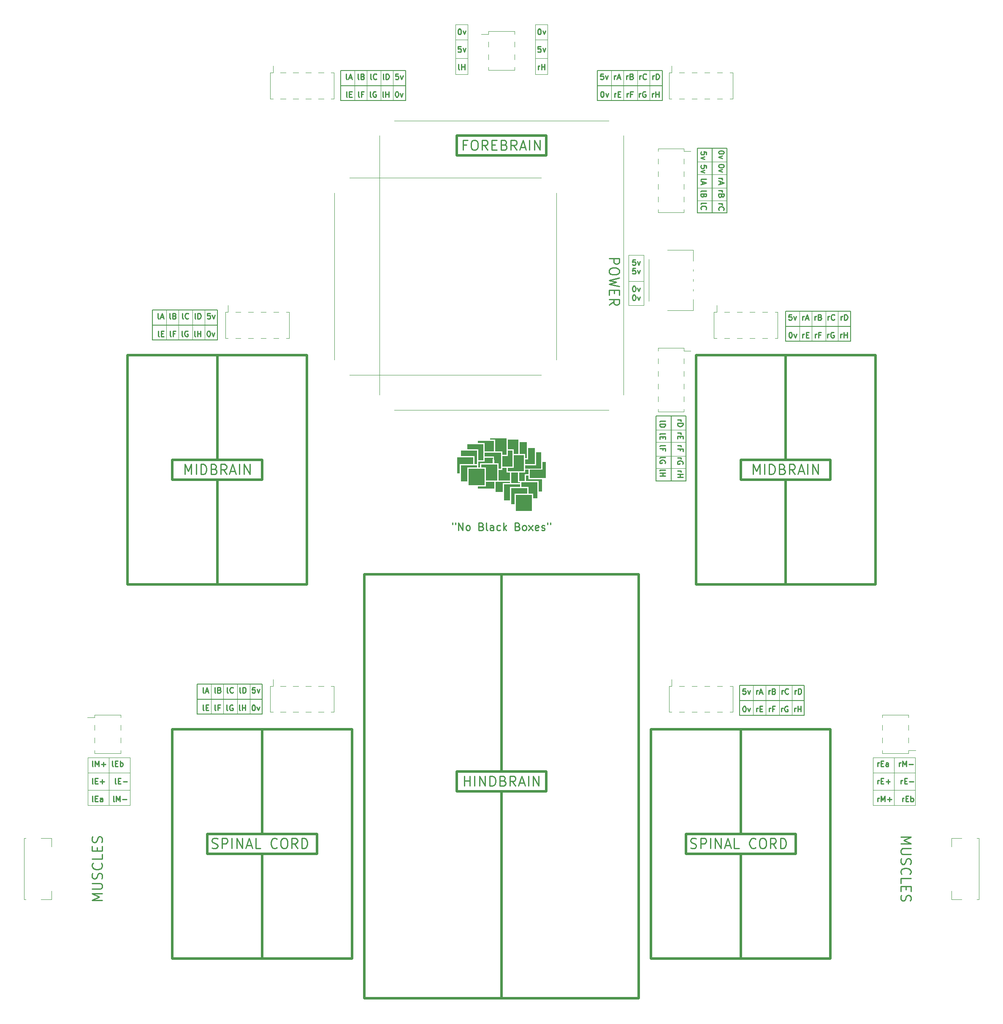
<source format=gto>
G04 #@! TF.GenerationSoftware,KiCad,Pcbnew,(6.0.7)*
G04 #@! TF.CreationDate,2022-08-02T15:10:55+01:00*
G04 #@! TF.ProjectId,NB3_body,4e42335f-626f-4647-992e-6b696361645f,0.0.2*
G04 #@! TF.SameCoordinates,PX76bb820PYd4ab5c0*
G04 #@! TF.FileFunction,Legend,Top*
G04 #@! TF.FilePolarity,Positive*
%FSLAX46Y46*%
G04 Gerber Fmt 4.6, Leading zero omitted, Abs format (unit mm)*
G04 Created by KiCad (PCBNEW (6.0.7)) date 2022-08-02 15:10:55*
%MOMM*%
%LPD*%
G01*
G04 APERTURE LIST*
%ADD10C,0.120000*%
%ADD11C,0.200000*%
%ADD12C,0.500000*%
%ADD13C,0.250000*%
G04 APERTURE END LIST*
D10*
X74500000Y50250000D02*
X83000000Y50250000D01*
X83000000Y50250000D02*
X83000000Y40750000D01*
X83000000Y40750000D02*
X74500000Y40750000D01*
X74500000Y40750000D02*
X74500000Y50250000D01*
D11*
X37000000Y105750000D02*
X37000000Y118750000D01*
D12*
X-37000000Y31000000D02*
X-59000000Y31000000D01*
X-66000000Y110000000D02*
X-66000000Y106000000D01*
X-39000000Y85000000D02*
X-39000000Y131000000D01*
D11*
X-61000000Y59000000D02*
X-48000000Y59000000D01*
D10*
X6750000Y194250000D02*
X9250000Y194250000D01*
D11*
X-57000000Y134000000D02*
X-57000000Y140000000D01*
D10*
X37000000Y110750000D02*
X31000000Y110750000D01*
X45250000Y167250000D02*
X39250000Y167250000D01*
D12*
X-48000000Y110000000D02*
X-66000000Y110000000D01*
D11*
X57000000Y136750000D02*
X70000000Y136750000D01*
D10*
X37000000Y113500000D02*
X31000000Y113500000D01*
D12*
X0Y43500000D02*
X0Y2000000D01*
D11*
X57000000Y139750000D02*
X57000000Y133750000D01*
D10*
X27250000Y188000000D02*
X27250000Y182000000D01*
D12*
X39000000Y131000000D02*
X39000000Y85000000D01*
X66000000Y56000000D02*
X30000000Y56000000D01*
X75000000Y131000000D02*
X39000000Y131000000D01*
D10*
X24500000Y188000000D02*
X24500000Y182000000D01*
X65000000Y139750000D02*
X65000000Y133750000D01*
X21500000Y178000000D02*
X-21500000Y178000000D01*
X-9250000Y197250000D02*
X-6750000Y197250000D01*
X-6750000Y197250000D02*
X-6750000Y187250000D01*
X-6750000Y187250000D02*
X-9250000Y187250000D01*
X-9250000Y187250000D02*
X-9250000Y197250000D01*
X37000000Y116000000D02*
X31000000Y116000000D01*
D12*
X66000000Y106000000D02*
X48000000Y106000000D01*
X30000000Y56000000D02*
X30000000Y10000000D01*
X-39000000Y131000000D02*
X-75000000Y131000000D01*
D11*
X-48000000Y59000000D02*
X-48000000Y65000000D01*
X-70000000Y140000000D02*
X-70000000Y134000000D01*
D12*
X75000000Y85000000D02*
X75000000Y131000000D01*
D11*
X39250000Y159500000D02*
X45250000Y159500000D01*
X32250000Y182000000D02*
X32250000Y188000000D01*
D12*
X-57000000Y130750000D02*
X-57000000Y110250000D01*
D11*
X-32250000Y185000000D02*
X-19250000Y185000000D01*
X47750000Y58750000D02*
X60750000Y58750000D01*
D10*
X-78750000Y50250000D02*
X-78750000Y40750000D01*
X-64750000Y140000000D02*
X-64750000Y134000000D01*
D12*
X-75000000Y85000000D02*
X-39000000Y85000000D01*
X-48000000Y106000000D02*
X-66000000Y106000000D01*
D10*
X74500000Y47250000D02*
X83000000Y47250000D01*
X-24250000Y188000000D02*
X-24250000Y182000000D01*
X45250000Y169750000D02*
X39250000Y169750000D01*
D11*
X19250000Y182000000D02*
X32250000Y182000000D01*
D10*
X78750000Y50250000D02*
X78750000Y40750000D01*
D11*
X57000000Y133750000D02*
X70000000Y133750000D01*
D12*
X9000000Y175000000D02*
X9000000Y171000000D01*
X9000000Y47500000D02*
X9000000Y43500000D01*
D11*
X-57000000Y140000000D02*
X-70000000Y140000000D01*
D12*
X9000000Y47500000D02*
X-9000000Y47500000D01*
D10*
X53000000Y64750000D02*
X53000000Y58750000D01*
X-50500000Y65000000D02*
X-50500000Y59000000D01*
D12*
X-30000000Y10000000D02*
X-30000000Y56000000D01*
D10*
X-83000000Y43750000D02*
X-74500000Y43750000D01*
X74500000Y43750000D02*
X83000000Y43750000D01*
D12*
X-37000000Y35000000D02*
X-59000000Y35000000D01*
X59000000Y35000000D02*
X37000000Y35000000D01*
D11*
X45250000Y159500000D02*
X45250000Y172500000D01*
X47750000Y64750000D02*
X47750000Y58750000D01*
X70000000Y133750000D02*
X70000000Y139750000D01*
D10*
X-55750000Y65000000D02*
X-55750000Y59000000D01*
X-59500000Y140000000D02*
X-59500000Y134000000D01*
X11000000Y163500000D02*
X11000000Y130000000D01*
X-9250000Y194250000D02*
X-6750000Y194250000D01*
X-83000000Y50250000D02*
X-74500000Y50250000D01*
X-74500000Y50250000D02*
X-74500000Y40750000D01*
X-74500000Y40750000D02*
X-83000000Y40750000D01*
X-83000000Y40750000D02*
X-83000000Y50250000D01*
D11*
X31000000Y118750000D02*
X31000000Y105750000D01*
D12*
X-57000000Y106000000D02*
X-57000000Y85000000D01*
D10*
X-24500000Y175000000D02*
X-24500000Y123000000D01*
X-53000000Y65000000D02*
X-53000000Y59000000D01*
X-67250000Y140000000D02*
X-67250000Y134000000D01*
D12*
X-27500000Y87000000D02*
X-27500000Y2000000D01*
D10*
X25500000Y145750000D02*
X28500000Y145750000D01*
X-21750000Y188000000D02*
X-21750000Y182000000D01*
X25500000Y151000000D02*
X28500000Y151000000D01*
X28500000Y151000000D02*
X28500000Y141000000D01*
X28500000Y141000000D02*
X25500000Y141000000D01*
X25500000Y141000000D02*
X25500000Y151000000D01*
D11*
X-32250000Y182000000D02*
X-19250000Y182000000D01*
D10*
X67500000Y139750000D02*
X67500000Y133750000D01*
X6750000Y197250000D02*
X9250000Y197250000D01*
X9250000Y197250000D02*
X9250000Y187250000D01*
X9250000Y187250000D02*
X6750000Y187250000D01*
X6750000Y187250000D02*
X6750000Y197250000D01*
D11*
X60750000Y64750000D02*
X47750000Y64750000D01*
D10*
X50500000Y64750000D02*
X50500000Y58750000D01*
D12*
X57000000Y106000000D02*
X57000000Y85000000D01*
D11*
X-19250000Y182000000D02*
X-19250000Y188000000D01*
D10*
X-30500000Y166500000D02*
X8000000Y166500000D01*
X-33500000Y130000000D02*
X-33500000Y163500000D01*
X62250000Y139750000D02*
X62250000Y133750000D01*
D11*
X42250000Y172500000D02*
X42250000Y159500000D01*
D12*
X-30000000Y56000000D02*
X-66000000Y56000000D01*
X-9000000Y47500000D02*
X-9000000Y43500000D01*
D11*
X-19250000Y188000000D02*
X-32250000Y188000000D01*
X32250000Y188000000D02*
X19250000Y188000000D01*
D12*
X-48000000Y56000000D02*
X-48000000Y35000000D01*
X9000000Y43500000D02*
X-9000000Y43500000D01*
D11*
X70000000Y139750000D02*
X57000000Y139750000D01*
X-48000000Y65000000D02*
X-61000000Y65000000D01*
D10*
X-62000000Y140000000D02*
X-62000000Y134000000D01*
D12*
X30000000Y10000000D02*
X66000000Y10000000D01*
D10*
X29750000Y188000000D02*
X29750000Y182000000D01*
D12*
X-48000000Y110000000D02*
X-48000000Y106000000D01*
X-66000000Y56000000D02*
X-66000000Y10000000D01*
D10*
X59750000Y139750000D02*
X59750000Y133750000D01*
D11*
X-70000000Y134000000D02*
X-57000000Y134000000D01*
X34000000Y118750000D02*
X34000000Y105750000D01*
D10*
X58250000Y64750000D02*
X58250000Y58750000D01*
X22000000Y188000000D02*
X22000000Y182000000D01*
X8000000Y127000000D02*
X-30500000Y127000000D01*
D12*
X27500000Y87000000D02*
X-27500000Y87000000D01*
D10*
X-58250000Y65000000D02*
X-58250000Y59000000D01*
D11*
X37000000Y118750000D02*
X31000000Y118750000D01*
X-70000000Y137000000D02*
X-57000000Y137000000D01*
D12*
X48000000Y31000000D02*
X48000000Y10000000D01*
X-48000000Y31000000D02*
X-48000000Y10000000D01*
D10*
X45250000Y164500000D02*
X39250000Y164500000D01*
X-21500000Y120000000D02*
X21500000Y120000000D01*
D12*
X66000000Y110000000D02*
X66000000Y106000000D01*
X0Y87000000D02*
X0Y47500000D01*
X-66000000Y10000000D02*
X-30000000Y10000000D01*
D10*
X45250000Y162000000D02*
X39250000Y162000000D01*
X55750000Y64750000D02*
X55750000Y58750000D01*
D12*
X37000000Y35000000D02*
X37000000Y31000000D01*
X48000000Y56000000D02*
X48000000Y35000000D01*
X-37000000Y35000000D02*
X-37000000Y31000000D01*
D11*
X19250000Y185000000D02*
X32250000Y185000000D01*
D12*
X-9000000Y175000000D02*
X-9000000Y171000000D01*
D10*
X-9250000Y190500000D02*
X-6750000Y190500000D01*
D11*
X-61000000Y62000000D02*
X-48000000Y62000000D01*
D10*
X-27000000Y188000000D02*
X-27000000Y182000000D01*
D12*
X-59000000Y35000000D02*
X-59000000Y31000000D01*
D11*
X39250000Y172500000D02*
X39250000Y159500000D01*
D10*
X6750000Y190500000D02*
X9250000Y190500000D01*
D11*
X60750000Y58750000D02*
X60750000Y64750000D01*
D12*
X9000000Y175000000D02*
X-9000000Y175000000D01*
X66000000Y110000000D02*
X48000000Y110000000D01*
D11*
X47750000Y61750000D02*
X60750000Y61750000D01*
D12*
X-75000000Y131000000D02*
X-75000000Y85000000D01*
D10*
X37000000Y108250000D02*
X31000000Y108250000D01*
D12*
X-27500000Y2000000D02*
X27500000Y2000000D01*
X66000000Y10000000D02*
X66000000Y56000000D01*
D11*
X-61000000Y65000000D02*
X-61000000Y59000000D01*
X-32250000Y188000000D02*
X-32250000Y182000000D01*
D10*
X-29500000Y188000000D02*
X-29500000Y182000000D01*
D12*
X39000000Y85000000D02*
X75000000Y85000000D01*
X59000000Y31000000D02*
X37000000Y31000000D01*
D10*
X-83000000Y47250000D02*
X-74500000Y47250000D01*
D12*
X59000000Y35000000D02*
X59000000Y31000000D01*
X9000000Y171000000D02*
X-9000000Y171000000D01*
D11*
X31000000Y105750000D02*
X37000000Y105750000D01*
D12*
X57000000Y130750000D02*
X57000000Y110250000D01*
D10*
X24500000Y123000000D02*
X24500000Y175000000D01*
D12*
X27500000Y2000000D02*
X27500000Y87000000D01*
D11*
X45250000Y172500000D02*
X39250000Y172500000D01*
X19250000Y188000000D02*
X19250000Y182000000D01*
D12*
X48000000Y110000000D02*
X48000000Y106000000D01*
D13*
X75424404Y48544381D02*
X75424404Y49277715D01*
X75424404Y49068191D02*
X75476785Y49172953D01*
X75529166Y49225334D01*
X75633928Y49277715D01*
X75738690Y49277715D01*
X76105357Y49120572D02*
X76472023Y49120572D01*
X76629166Y48544381D02*
X76105357Y48544381D01*
X76105357Y49644381D01*
X76629166Y49644381D01*
X77572023Y48544381D02*
X77572023Y49120572D01*
X77519642Y49225334D01*
X77414880Y49277715D01*
X77205357Y49277715D01*
X77100595Y49225334D01*
X77572023Y48596762D02*
X77467261Y48544381D01*
X77205357Y48544381D01*
X77100595Y48596762D01*
X77048214Y48701524D01*
X77048214Y48806286D01*
X77100595Y48911048D01*
X77205357Y48963429D01*
X77467261Y48963429D01*
X77572023Y49015810D01*
X79772023Y48544381D02*
X79772023Y49277715D01*
X79772023Y49068191D02*
X79824404Y49172953D01*
X79876785Y49225334D01*
X79981547Y49277715D01*
X80086309Y49277715D01*
X80452976Y48544381D02*
X80452976Y49644381D01*
X80819642Y48858667D01*
X81186309Y49644381D01*
X81186309Y48544381D01*
X81710119Y48963429D02*
X82548214Y48963429D01*
X75424404Y45002381D02*
X75424404Y45735715D01*
X75424404Y45526191D02*
X75476785Y45630953D01*
X75529166Y45683334D01*
X75633928Y45735715D01*
X75738690Y45735715D01*
X76105357Y45578572D02*
X76472023Y45578572D01*
X76629166Y45002381D02*
X76105357Y45002381D01*
X76105357Y46102381D01*
X76629166Y46102381D01*
X77100595Y45421429D02*
X77938690Y45421429D01*
X77519642Y45002381D02*
X77519642Y45840477D01*
X80138690Y45002381D02*
X80138690Y45735715D01*
X80138690Y45526191D02*
X80191071Y45630953D01*
X80243452Y45683334D01*
X80348214Y45735715D01*
X80452976Y45735715D01*
X80819642Y45578572D02*
X81186309Y45578572D01*
X81343452Y45002381D02*
X80819642Y45002381D01*
X80819642Y46102381D01*
X81343452Y46102381D01*
X81814880Y45421429D02*
X82652976Y45421429D01*
X75424404Y41460381D02*
X75424404Y42193715D01*
X75424404Y41984191D02*
X75476785Y42088953D01*
X75529166Y42141334D01*
X75633928Y42193715D01*
X75738690Y42193715D01*
X76105357Y41460381D02*
X76105357Y42560381D01*
X76472023Y41774667D01*
X76838690Y42560381D01*
X76838690Y41460381D01*
X77362500Y41879429D02*
X78200595Y41879429D01*
X77781547Y41460381D02*
X77781547Y42298477D01*
X80400595Y41460381D02*
X80400595Y42193715D01*
X80400595Y41984191D02*
X80452976Y42088953D01*
X80505357Y42141334D01*
X80610119Y42193715D01*
X80714880Y42193715D01*
X81081547Y42036572D02*
X81448214Y42036572D01*
X81605357Y41460381D02*
X81081547Y41460381D01*
X81081547Y42560381D01*
X81605357Y42560381D01*
X82076785Y41460381D02*
X82076785Y42560381D01*
X82076785Y42141334D02*
X82181547Y42193715D01*
X82391071Y42193715D01*
X82495833Y42141334D01*
X82548214Y42088953D01*
X82600595Y41984191D01*
X82600595Y41669905D01*
X82548214Y41565143D01*
X82495833Y41512762D01*
X82391071Y41460381D01*
X82181547Y41460381D01*
X82076785Y41512762D01*
X26842857Y150144381D02*
X26319047Y150144381D01*
X26266666Y149620572D01*
X26319047Y149672953D01*
X26423809Y149725334D01*
X26685714Y149725334D01*
X26790476Y149672953D01*
X26842857Y149620572D01*
X26895238Y149515810D01*
X26895238Y149253905D01*
X26842857Y149149143D01*
X26790476Y149096762D01*
X26685714Y149044381D01*
X26423809Y149044381D01*
X26319047Y149096762D01*
X26266666Y149149143D01*
X27261904Y149777715D02*
X27523809Y149044381D01*
X27785714Y149777715D01*
X26842857Y148373381D02*
X26319047Y148373381D01*
X26266666Y147849572D01*
X26319047Y147901953D01*
X26423809Y147954334D01*
X26685714Y147954334D01*
X26790476Y147901953D01*
X26842857Y147849572D01*
X26895238Y147744810D01*
X26895238Y147482905D01*
X26842857Y147378143D01*
X26790476Y147325762D01*
X26685714Y147273381D01*
X26423809Y147273381D01*
X26319047Y147325762D01*
X26266666Y147378143D01*
X27261904Y148006715D02*
X27523809Y147273381D01*
X27785714Y148006715D01*
X26528571Y144831381D02*
X26633333Y144831381D01*
X26738095Y144779000D01*
X26790476Y144726620D01*
X26842857Y144621858D01*
X26895238Y144412334D01*
X26895238Y144150429D01*
X26842857Y143940905D01*
X26790476Y143836143D01*
X26738095Y143783762D01*
X26633333Y143731381D01*
X26528571Y143731381D01*
X26423809Y143783762D01*
X26371428Y143836143D01*
X26319047Y143940905D01*
X26266666Y144150429D01*
X26266666Y144412334D01*
X26319047Y144621858D01*
X26371428Y144726620D01*
X26423809Y144779000D01*
X26528571Y144831381D01*
X27261904Y144464715D02*
X27523809Y143731381D01*
X27785714Y144464715D01*
X26528571Y143060381D02*
X26633333Y143060381D01*
X26738095Y143008000D01*
X26790476Y142955620D01*
X26842857Y142850858D01*
X26895238Y142641334D01*
X26895238Y142379429D01*
X26842857Y142169905D01*
X26790476Y142065143D01*
X26738095Y142012762D01*
X26633333Y141960381D01*
X26528571Y141960381D01*
X26423809Y142012762D01*
X26371428Y142065143D01*
X26319047Y142169905D01*
X26266666Y142379429D01*
X26266666Y142641334D01*
X26319047Y142850858D01*
X26371428Y142955620D01*
X26423809Y143008000D01*
X26528571Y143060381D01*
X27261904Y142693715D02*
X27523809Y141960381D01*
X27785714Y142693715D01*
X35273380Y118011905D02*
X36006714Y118011905D01*
X35797190Y118011905D02*
X35901952Y117959524D01*
X35954333Y117907143D01*
X36006714Y117802381D01*
X36006714Y117697620D01*
X35273380Y117330953D02*
X36373380Y117330953D01*
X36373380Y117069048D01*
X36321000Y116911905D01*
X36216238Y116807143D01*
X36111476Y116754762D01*
X35901952Y116702381D01*
X35744809Y116702381D01*
X35535285Y116754762D01*
X35430523Y116807143D01*
X35325761Y116911905D01*
X35273380Y117069048D01*
X35273380Y117330953D01*
X35273380Y115392858D02*
X36006714Y115392858D01*
X35797190Y115392858D02*
X35901952Y115340477D01*
X35954333Y115288096D01*
X36006714Y115183334D01*
X36006714Y115078572D01*
X35849571Y114711905D02*
X35849571Y114345239D01*
X35273380Y114188096D02*
X35273380Y114711905D01*
X36373380Y114711905D01*
X36373380Y114188096D01*
X35273380Y112878572D02*
X36006714Y112878572D01*
X35797190Y112878572D02*
X35901952Y112826191D01*
X35954333Y112773810D01*
X36006714Y112669048D01*
X36006714Y112564286D01*
X35849571Y111830953D02*
X35849571Y112197620D01*
X35273380Y112197620D02*
X36373380Y112197620D01*
X36373380Y111673810D01*
X35273380Y110416667D02*
X36006714Y110416667D01*
X35797190Y110416667D02*
X35901952Y110364286D01*
X35954333Y110311905D01*
X36006714Y110207143D01*
X36006714Y110102381D01*
X36321000Y109159524D02*
X36373380Y109264286D01*
X36373380Y109421429D01*
X36321000Y109578572D01*
X36216238Y109683334D01*
X36111476Y109735715D01*
X35901952Y109788096D01*
X35744809Y109788096D01*
X35535285Y109735715D01*
X35430523Y109683334D01*
X35325761Y109578572D01*
X35273380Y109421429D01*
X35273380Y109316667D01*
X35325761Y109159524D01*
X35378142Y109107143D01*
X35744809Y109107143D01*
X35744809Y109316667D01*
X35273380Y107797620D02*
X36006714Y107797620D01*
X35797190Y107797620D02*
X35901952Y107745239D01*
X35954333Y107692858D01*
X36006714Y107588096D01*
X36006714Y107483334D01*
X35273380Y107116667D02*
X36373380Y107116667D01*
X35849571Y107116667D02*
X35849571Y106488096D01*
X35273380Y106488096D02*
X36373380Y106488096D01*
X31731380Y117592858D02*
X31783761Y117697620D01*
X31888523Y117750000D01*
X32831380Y117750000D01*
X31731380Y117173810D02*
X32831380Y117173810D01*
X32831380Y116911905D01*
X32779000Y116754762D01*
X32674238Y116650000D01*
X32569476Y116597620D01*
X32359952Y116545239D01*
X32202809Y116545239D01*
X31993285Y116597620D01*
X31888523Y116650000D01*
X31783761Y116754762D01*
X31731380Y116911905D01*
X31731380Y117173810D01*
X31731380Y115078572D02*
X31783761Y115183334D01*
X31888523Y115235715D01*
X32831380Y115235715D01*
X32307571Y114659524D02*
X32307571Y114292858D01*
X31731380Y114135715D02*
X31731380Y114659524D01*
X32831380Y114659524D01*
X32831380Y114135715D01*
X31731380Y112669048D02*
X31783761Y112773810D01*
X31888523Y112826191D01*
X32831380Y112826191D01*
X32307571Y111883334D02*
X32307571Y112250000D01*
X31731380Y112250000D02*
X32831380Y112250000D01*
X32831380Y111726191D01*
X31731380Y110311905D02*
X31783761Y110416667D01*
X31888523Y110469048D01*
X32831380Y110469048D01*
X32779000Y109316667D02*
X32831380Y109421429D01*
X32831380Y109578572D01*
X32779000Y109735715D01*
X32674238Y109840477D01*
X32569476Y109892858D01*
X32359952Y109945239D01*
X32202809Y109945239D01*
X31993285Y109892858D01*
X31888523Y109840477D01*
X31783761Y109735715D01*
X31731380Y109578572D01*
X31731380Y109473810D01*
X31783761Y109316667D01*
X31836142Y109264286D01*
X32202809Y109264286D01*
X32202809Y109473810D01*
X31731380Y107797620D02*
X31783761Y107902381D01*
X31888523Y107954762D01*
X32831380Y107954762D01*
X31731380Y107378572D02*
X32831380Y107378572D01*
X32307571Y107378572D02*
X32307571Y106750001D01*
X31731380Y106750001D02*
X32831380Y106750001D01*
X-8471429Y196394381D02*
X-8366667Y196394381D01*
X-8261905Y196342000D01*
X-8209524Y196289620D01*
X-8157143Y196184858D01*
X-8104762Y195975334D01*
X-8104762Y195713429D01*
X-8157143Y195503905D01*
X-8209524Y195399143D01*
X-8261905Y195346762D01*
X-8366667Y195294381D01*
X-8471429Y195294381D01*
X-8576191Y195346762D01*
X-8628572Y195399143D01*
X-8680953Y195503905D01*
X-8733334Y195713429D01*
X-8733334Y195975334D01*
X-8680953Y196184858D01*
X-8628572Y196289620D01*
X-8576191Y196342000D01*
X-8471429Y196394381D01*
X-7738096Y196027715D02*
X-7476191Y195294381D01*
X-7214286Y196027715D01*
X-8157143Y192852381D02*
X-8680953Y192852381D01*
X-8733334Y192328572D01*
X-8680953Y192380953D01*
X-8576191Y192433334D01*
X-8314286Y192433334D01*
X-8209524Y192380953D01*
X-8157143Y192328572D01*
X-8104762Y192223810D01*
X-8104762Y191961905D01*
X-8157143Y191857143D01*
X-8209524Y191804762D01*
X-8314286Y191752381D01*
X-8576191Y191752381D01*
X-8680953Y191804762D01*
X-8733334Y191857143D01*
X-7738096Y192485715D02*
X-7476191Y191752381D01*
X-7214286Y192485715D01*
X-8445239Y188210381D02*
X-8550000Y188262762D01*
X-8602381Y188367524D01*
X-8602381Y189310381D01*
X-8026191Y188210381D02*
X-8026191Y189310381D01*
X-8026191Y188786572D02*
X-7397620Y188786572D01*
X-7397620Y188210381D02*
X-7397620Y189310381D01*
X20433333Y187373381D02*
X19909523Y187373381D01*
X19857142Y186849572D01*
X19909523Y186901953D01*
X20014285Y186954334D01*
X20276190Y186954334D01*
X20380952Y186901953D01*
X20433333Y186849572D01*
X20485714Y186744810D01*
X20485714Y186482905D01*
X20433333Y186378143D01*
X20380952Y186325762D01*
X20276190Y186273381D01*
X20014285Y186273381D01*
X19909523Y186325762D01*
X19857142Y186378143D01*
X20852380Y187006715D02*
X21114285Y186273381D01*
X21376190Y187006715D01*
X22633333Y186273381D02*
X22633333Y187006715D01*
X22633333Y186797191D02*
X22685714Y186901953D01*
X22738095Y186954334D01*
X22842857Y187006715D01*
X22947619Y187006715D01*
X23261904Y186587667D02*
X23785714Y186587667D01*
X23157142Y186273381D02*
X23523809Y187373381D01*
X23890476Y186273381D01*
X25095238Y186273381D02*
X25095238Y187006715D01*
X25095238Y186797191D02*
X25147619Y186901953D01*
X25200000Y186954334D01*
X25304761Y187006715D01*
X25409523Y187006715D01*
X26142857Y186849572D02*
X26300000Y186797191D01*
X26352380Y186744810D01*
X26404761Y186640048D01*
X26404761Y186482905D01*
X26352380Y186378143D01*
X26300000Y186325762D01*
X26195238Y186273381D01*
X25776190Y186273381D01*
X25776190Y187373381D01*
X26142857Y187373381D01*
X26247619Y187321000D01*
X26300000Y187268620D01*
X26352380Y187163858D01*
X26352380Y187059096D01*
X26300000Y186954334D01*
X26247619Y186901953D01*
X26142857Y186849572D01*
X25776190Y186849572D01*
X27714285Y186273381D02*
X27714285Y187006715D01*
X27714285Y186797191D02*
X27766666Y186901953D01*
X27819047Y186954334D01*
X27923809Y187006715D01*
X28028571Y187006715D01*
X29023809Y186378143D02*
X28971428Y186325762D01*
X28814285Y186273381D01*
X28709523Y186273381D01*
X28552380Y186325762D01*
X28447619Y186430524D01*
X28395238Y186535286D01*
X28342857Y186744810D01*
X28342857Y186901953D01*
X28395238Y187111477D01*
X28447619Y187216239D01*
X28552380Y187321000D01*
X28709523Y187373381D01*
X28814285Y187373381D01*
X28971428Y187321000D01*
X29023809Y187268620D01*
X30333333Y186273381D02*
X30333333Y187006715D01*
X30333333Y186797191D02*
X30385714Y186901953D01*
X30438095Y186954334D01*
X30542857Y187006715D01*
X30647619Y187006715D01*
X31014285Y186273381D02*
X31014285Y187373381D01*
X31276190Y187373381D01*
X31433333Y187321000D01*
X31538095Y187216239D01*
X31590476Y187111477D01*
X31642857Y186901953D01*
X31642857Y186744810D01*
X31590476Y186535286D01*
X31538095Y186430524D01*
X31433333Y186325762D01*
X31276190Y186273381D01*
X31014285Y186273381D01*
X20145238Y183831381D02*
X20250000Y183831381D01*
X20354761Y183779000D01*
X20407142Y183726620D01*
X20459523Y183621858D01*
X20511904Y183412334D01*
X20511904Y183150429D01*
X20459523Y182940905D01*
X20407142Y182836143D01*
X20354761Y182783762D01*
X20250000Y182731381D01*
X20145238Y182731381D01*
X20040476Y182783762D01*
X19988095Y182836143D01*
X19935714Y182940905D01*
X19883333Y183150429D01*
X19883333Y183412334D01*
X19935714Y183621858D01*
X19988095Y183726620D01*
X20040476Y183779000D01*
X20145238Y183831381D01*
X20878571Y183464715D02*
X21140476Y182731381D01*
X21402380Y183464715D01*
X22659523Y182731381D02*
X22659523Y183464715D01*
X22659523Y183255191D02*
X22711904Y183359953D01*
X22764285Y183412334D01*
X22869047Y183464715D01*
X22973809Y183464715D01*
X23340476Y183307572D02*
X23707142Y183307572D01*
X23864285Y182731381D02*
X23340476Y182731381D01*
X23340476Y183831381D01*
X23864285Y183831381D01*
X25173809Y182731381D02*
X25173809Y183464715D01*
X25173809Y183255191D02*
X25226190Y183359953D01*
X25278571Y183412334D01*
X25383333Y183464715D01*
X25488095Y183464715D01*
X26221428Y183307572D02*
X25854761Y183307572D01*
X25854761Y182731381D02*
X25854761Y183831381D01*
X26378571Y183831381D01*
X27635714Y182731381D02*
X27635714Y183464715D01*
X27635714Y183255191D02*
X27688095Y183359953D01*
X27740476Y183412334D01*
X27845238Y183464715D01*
X27950000Y183464715D01*
X28892857Y183779000D02*
X28788095Y183831381D01*
X28630952Y183831381D01*
X28473809Y183779000D01*
X28369047Y183674239D01*
X28316666Y183569477D01*
X28264285Y183359953D01*
X28264285Y183202810D01*
X28316666Y182993286D01*
X28369047Y182888524D01*
X28473809Y182783762D01*
X28630952Y182731381D01*
X28735714Y182731381D01*
X28892857Y182783762D01*
X28945238Y182836143D01*
X28945238Y183202810D01*
X28735714Y183202810D01*
X30254761Y182731381D02*
X30254761Y183464715D01*
X30254761Y183255191D02*
X30307142Y183359953D01*
X30359523Y183412334D01*
X30464285Y183464715D01*
X30569047Y183464715D01*
X30935714Y182731381D02*
X30935714Y183831381D01*
X30935714Y183307572D02*
X31564285Y183307572D01*
X31564285Y182731381D02*
X31564285Y183831381D01*
X21595238Y150369048D02*
X23595238Y150369048D01*
X23595238Y149607143D01*
X23500000Y149416667D01*
X23404761Y149321429D01*
X23214285Y149226191D01*
X22928571Y149226191D01*
X22738095Y149321429D01*
X22642857Y149416667D01*
X22547619Y149607143D01*
X22547619Y150369048D01*
X23595238Y147988096D02*
X23595238Y147607143D01*
X23500000Y147416667D01*
X23309523Y147226191D01*
X22928571Y147130953D01*
X22261904Y147130953D01*
X21880952Y147226191D01*
X21690476Y147416667D01*
X21595238Y147607143D01*
X21595238Y147988096D01*
X21690476Y148178572D01*
X21880952Y148369048D01*
X22261904Y148464286D01*
X22928571Y148464286D01*
X23309523Y148369048D01*
X23500000Y148178572D01*
X23595238Y147988096D01*
X23595238Y146464286D02*
X21595238Y145988096D01*
X23023809Y145607143D01*
X21595238Y145226191D01*
X23595238Y144750000D01*
X22642857Y143988096D02*
X22642857Y143321429D01*
X21595238Y143035715D02*
X21595238Y143988096D01*
X23595238Y143988096D01*
X23595238Y143035715D01*
X21595238Y141035715D02*
X22547619Y141702381D01*
X21595238Y142178572D02*
X23595238Y142178572D01*
X23595238Y141416667D01*
X23500000Y141226191D01*
X23404761Y141130953D01*
X23214285Y141035715D01*
X22928571Y141035715D01*
X22738095Y141130953D01*
X22642857Y141226191D01*
X22547619Y141416667D01*
X22547619Y142178572D01*
X58183333Y139123381D02*
X57659523Y139123381D01*
X57607142Y138599572D01*
X57659523Y138651953D01*
X57764285Y138704334D01*
X58026190Y138704334D01*
X58130952Y138651953D01*
X58183333Y138599572D01*
X58235714Y138494810D01*
X58235714Y138232905D01*
X58183333Y138128143D01*
X58130952Y138075762D01*
X58026190Y138023381D01*
X57764285Y138023381D01*
X57659523Y138075762D01*
X57607142Y138128143D01*
X58602380Y138756715D02*
X58864285Y138023381D01*
X59126190Y138756715D01*
X60383333Y138023381D02*
X60383333Y138756715D01*
X60383333Y138547191D02*
X60435714Y138651953D01*
X60488095Y138704334D01*
X60592857Y138756715D01*
X60697619Y138756715D01*
X61011904Y138337667D02*
X61535714Y138337667D01*
X60907142Y138023381D02*
X61273809Y139123381D01*
X61640476Y138023381D01*
X62845238Y138023381D02*
X62845238Y138756715D01*
X62845238Y138547191D02*
X62897619Y138651953D01*
X62950000Y138704334D01*
X63054761Y138756715D01*
X63159523Y138756715D01*
X63892857Y138599572D02*
X64050000Y138547191D01*
X64102380Y138494810D01*
X64154761Y138390048D01*
X64154761Y138232905D01*
X64102380Y138128143D01*
X64050000Y138075762D01*
X63945238Y138023381D01*
X63526190Y138023381D01*
X63526190Y139123381D01*
X63892857Y139123381D01*
X63997619Y139071000D01*
X64050000Y139018620D01*
X64102380Y138913858D01*
X64102380Y138809096D01*
X64050000Y138704334D01*
X63997619Y138651953D01*
X63892857Y138599572D01*
X63526190Y138599572D01*
X65464285Y138023381D02*
X65464285Y138756715D01*
X65464285Y138547191D02*
X65516666Y138651953D01*
X65569047Y138704334D01*
X65673809Y138756715D01*
X65778571Y138756715D01*
X66773809Y138128143D02*
X66721428Y138075762D01*
X66564285Y138023381D01*
X66459523Y138023381D01*
X66302380Y138075762D01*
X66197619Y138180524D01*
X66145238Y138285286D01*
X66092857Y138494810D01*
X66092857Y138651953D01*
X66145238Y138861477D01*
X66197619Y138966239D01*
X66302380Y139071000D01*
X66459523Y139123381D01*
X66564285Y139123381D01*
X66721428Y139071000D01*
X66773809Y139018620D01*
X68083333Y138023381D02*
X68083333Y138756715D01*
X68083333Y138547191D02*
X68135714Y138651953D01*
X68188095Y138704334D01*
X68292857Y138756715D01*
X68397619Y138756715D01*
X68764285Y138023381D02*
X68764285Y139123381D01*
X69026190Y139123381D01*
X69183333Y139071000D01*
X69288095Y138966239D01*
X69340476Y138861477D01*
X69392857Y138651953D01*
X69392857Y138494810D01*
X69340476Y138285286D01*
X69288095Y138180524D01*
X69183333Y138075762D01*
X69026190Y138023381D01*
X68764285Y138023381D01*
X57895238Y135581381D02*
X58000000Y135581381D01*
X58104761Y135529000D01*
X58157142Y135476620D01*
X58209523Y135371858D01*
X58261904Y135162334D01*
X58261904Y134900429D01*
X58209523Y134690905D01*
X58157142Y134586143D01*
X58104761Y134533762D01*
X58000000Y134481381D01*
X57895238Y134481381D01*
X57790476Y134533762D01*
X57738095Y134586143D01*
X57685714Y134690905D01*
X57633333Y134900429D01*
X57633333Y135162334D01*
X57685714Y135371858D01*
X57738095Y135476620D01*
X57790476Y135529000D01*
X57895238Y135581381D01*
X58628571Y135214715D02*
X58890476Y134481381D01*
X59152380Y135214715D01*
X60409523Y134481381D02*
X60409523Y135214715D01*
X60409523Y135005191D02*
X60461904Y135109953D01*
X60514285Y135162334D01*
X60619047Y135214715D01*
X60723809Y135214715D01*
X61090476Y135057572D02*
X61457142Y135057572D01*
X61614285Y134481381D02*
X61090476Y134481381D01*
X61090476Y135581381D01*
X61614285Y135581381D01*
X62923809Y134481381D02*
X62923809Y135214715D01*
X62923809Y135005191D02*
X62976190Y135109953D01*
X63028571Y135162334D01*
X63133333Y135214715D01*
X63238095Y135214715D01*
X63971428Y135057572D02*
X63604761Y135057572D01*
X63604761Y134481381D02*
X63604761Y135581381D01*
X64128571Y135581381D01*
X65385714Y134481381D02*
X65385714Y135214715D01*
X65385714Y135005191D02*
X65438095Y135109953D01*
X65490476Y135162334D01*
X65595238Y135214715D01*
X65700000Y135214715D01*
X66642857Y135529000D02*
X66538095Y135581381D01*
X66380952Y135581381D01*
X66223809Y135529000D01*
X66119047Y135424239D01*
X66066666Y135319477D01*
X66014285Y135109953D01*
X66014285Y134952810D01*
X66066666Y134743286D01*
X66119047Y134638524D01*
X66223809Y134533762D01*
X66380952Y134481381D01*
X66485714Y134481381D01*
X66642857Y134533762D01*
X66695238Y134586143D01*
X66695238Y134952810D01*
X66485714Y134952810D01*
X68004761Y134481381D02*
X68004761Y135214715D01*
X68004761Y135005191D02*
X68057142Y135109953D01*
X68109523Y135162334D01*
X68214285Y135214715D01*
X68319047Y135214715D01*
X68685714Y134481381D02*
X68685714Y135581381D01*
X68685714Y135057572D02*
X69314285Y135057572D01*
X69314285Y134481381D02*
X69314285Y135581381D01*
X44623380Y171683334D02*
X44623380Y171578572D01*
X44571000Y171473810D01*
X44518619Y171421429D01*
X44413857Y171369048D01*
X44204333Y171316667D01*
X43942428Y171316667D01*
X43732904Y171369048D01*
X43628142Y171421429D01*
X43575761Y171473810D01*
X43523380Y171578572D01*
X43523380Y171683334D01*
X43575761Y171788096D01*
X43628142Y171840477D01*
X43732904Y171892858D01*
X43942428Y171945239D01*
X44204333Y171945239D01*
X44413857Y171892858D01*
X44518619Y171840477D01*
X44571000Y171788096D01*
X44623380Y171683334D01*
X44256714Y170950000D02*
X43523380Y170688096D01*
X44256714Y170426191D01*
X44623380Y168959524D02*
X44623380Y168854762D01*
X44571000Y168750000D01*
X44518619Y168697620D01*
X44413857Y168645239D01*
X44204333Y168592858D01*
X43942428Y168592858D01*
X43732904Y168645239D01*
X43628142Y168697620D01*
X43575761Y168750000D01*
X43523380Y168854762D01*
X43523380Y168959524D01*
X43575761Y169064286D01*
X43628142Y169116667D01*
X43732904Y169169048D01*
X43942428Y169221429D01*
X44204333Y169221429D01*
X44413857Y169169048D01*
X44518619Y169116667D01*
X44571000Y169064286D01*
X44623380Y168959524D01*
X44256714Y168226191D02*
X43523380Y167964286D01*
X44256714Y167702381D01*
X43523380Y166445239D02*
X44256714Y166445239D01*
X44047190Y166445239D02*
X44151952Y166392858D01*
X44204333Y166340477D01*
X44256714Y166235715D01*
X44256714Y166130953D01*
X43837666Y165816667D02*
X43837666Y165292858D01*
X43523380Y165921429D02*
X44623380Y165554762D01*
X43523380Y165188096D01*
X43523380Y163983334D02*
X44256714Y163983334D01*
X44047190Y163983334D02*
X44151952Y163930953D01*
X44204333Y163878572D01*
X44256714Y163773810D01*
X44256714Y163669048D01*
X44099571Y162935715D02*
X44047190Y162778572D01*
X43994809Y162726191D01*
X43890047Y162673810D01*
X43732904Y162673810D01*
X43628142Y162726191D01*
X43575761Y162778572D01*
X43523380Y162883334D01*
X43523380Y163302381D01*
X44623380Y163302381D01*
X44623380Y162935715D01*
X44571000Y162830953D01*
X44518619Y162778572D01*
X44413857Y162726191D01*
X44309095Y162726191D01*
X44204333Y162778572D01*
X44151952Y162830953D01*
X44099571Y162935715D01*
X44099571Y163302381D01*
X43523380Y161364286D02*
X44256714Y161364286D01*
X44047190Y161364286D02*
X44151952Y161311905D01*
X44204333Y161259524D01*
X44256714Y161154762D01*
X44256714Y161050000D01*
X43628142Y160054762D02*
X43575761Y160107143D01*
X43523380Y160264286D01*
X43523380Y160369048D01*
X43575761Y160526191D01*
X43680523Y160630953D01*
X43785285Y160683334D01*
X43994809Y160735715D01*
X44151952Y160735715D01*
X44361476Y160683334D01*
X44466238Y160630953D01*
X44571000Y160526191D01*
X44623380Y160369048D01*
X44623380Y160264286D01*
X44571000Y160107143D01*
X44518619Y160054762D01*
X41081380Y171211905D02*
X41081380Y171735715D01*
X40557571Y171788096D01*
X40609952Y171735715D01*
X40662333Y171630953D01*
X40662333Y171369048D01*
X40609952Y171264286D01*
X40557571Y171211905D01*
X40452809Y171159524D01*
X40190904Y171159524D01*
X40086142Y171211905D01*
X40033761Y171264286D01*
X39981380Y171369048D01*
X39981380Y171630953D01*
X40033761Y171735715D01*
X40086142Y171788096D01*
X40714714Y170792858D02*
X39981380Y170530953D01*
X40714714Y170269048D01*
X41081380Y168488096D02*
X41081380Y169011905D01*
X40557571Y169064286D01*
X40609952Y169011905D01*
X40662333Y168907143D01*
X40662333Y168645239D01*
X40609952Y168540477D01*
X40557571Y168488096D01*
X40452809Y168435715D01*
X40190904Y168435715D01*
X40086142Y168488096D01*
X40033761Y168540477D01*
X39981380Y168645239D01*
X39981380Y168907143D01*
X40033761Y169011905D01*
X40086142Y169064286D01*
X40714714Y168069048D02*
X39981380Y167807143D01*
X40714714Y167545239D01*
X39981380Y166130953D02*
X40033761Y166235715D01*
X40138523Y166288096D01*
X41081380Y166288096D01*
X40295666Y165764286D02*
X40295666Y165240477D01*
X39981380Y165869048D02*
X41081380Y165502381D01*
X39981380Y165135715D01*
X39981380Y163773810D02*
X40033761Y163878572D01*
X40138523Y163930953D01*
X41081380Y163930953D01*
X40557571Y162988096D02*
X40505190Y162830953D01*
X40452809Y162778572D01*
X40348047Y162726191D01*
X40190904Y162726191D01*
X40086142Y162778572D01*
X40033761Y162830953D01*
X39981380Y162935715D01*
X39981380Y163354762D01*
X41081380Y163354762D01*
X41081380Y162988096D01*
X41029000Y162883334D01*
X40976619Y162830953D01*
X40871857Y162778572D01*
X40767095Y162778572D01*
X40662333Y162830953D01*
X40609952Y162883334D01*
X40557571Y162988096D01*
X40557571Y163354762D01*
X39981380Y161259524D02*
X40033761Y161364286D01*
X40138523Y161416667D01*
X41081380Y161416667D01*
X40086142Y160211905D02*
X40033761Y160264286D01*
X39981380Y160421429D01*
X39981380Y160526191D01*
X40033761Y160683334D01*
X40138523Y160788096D01*
X40243285Y160840477D01*
X40452809Y160892858D01*
X40609952Y160892858D01*
X40819476Y160840477D01*
X40924238Y160788096D01*
X41029000Y160683334D01*
X41081380Y160526191D01*
X41081380Y160421429D01*
X41029000Y160264286D01*
X40976619Y160211905D01*
X-63523810Y107095239D02*
X-63523810Y109095239D01*
X-62857143Y107666667D01*
X-62190477Y109095239D01*
X-62190477Y107095239D01*
X-61238096Y107095239D02*
X-61238096Y109095239D01*
X-60285715Y107095239D02*
X-60285715Y109095239D01*
X-59809524Y109095239D01*
X-59523810Y109000000D01*
X-59333334Y108809524D01*
X-59238096Y108619048D01*
X-59142858Y108238096D01*
X-59142858Y107952381D01*
X-59238096Y107571429D01*
X-59333334Y107380953D01*
X-59523810Y107190477D01*
X-59809524Y107095239D01*
X-60285715Y107095239D01*
X-57619048Y108142858D02*
X-57333334Y108047620D01*
X-57238096Y107952381D01*
X-57142858Y107761905D01*
X-57142858Y107476191D01*
X-57238096Y107285715D01*
X-57333334Y107190477D01*
X-57523810Y107095239D01*
X-58285715Y107095239D01*
X-58285715Y109095239D01*
X-57619048Y109095239D01*
X-57428572Y109000000D01*
X-57333334Y108904762D01*
X-57238096Y108714286D01*
X-57238096Y108523810D01*
X-57333334Y108333334D01*
X-57428572Y108238096D01*
X-57619048Y108142858D01*
X-58285715Y108142858D01*
X-55142858Y107095239D02*
X-55809524Y108047620D01*
X-56285715Y107095239D02*
X-56285715Y109095239D01*
X-55523810Y109095239D01*
X-55333334Y109000000D01*
X-55238096Y108904762D01*
X-55142858Y108714286D01*
X-55142858Y108428572D01*
X-55238096Y108238096D01*
X-55333334Y108142858D01*
X-55523810Y108047620D01*
X-56285715Y108047620D01*
X-54380953Y107666667D02*
X-53428572Y107666667D01*
X-54571429Y107095239D02*
X-53904762Y109095239D01*
X-53238096Y107095239D01*
X-52571429Y107095239D02*
X-52571429Y109095239D01*
X-51619048Y107095239D02*
X-51619048Y109095239D01*
X-50476191Y107095239D01*
X-50476191Y109095239D01*
X-81918453Y48544381D02*
X-82023215Y48596762D01*
X-82075596Y48701524D01*
X-82075596Y49644381D01*
X-81499405Y48544381D02*
X-81499405Y49644381D01*
X-81132739Y48858667D01*
X-80766072Y49644381D01*
X-80766072Y48544381D01*
X-80242262Y48963429D02*
X-79404167Y48963429D01*
X-79823215Y48544381D02*
X-79823215Y49382477D01*
X-77885120Y48544381D02*
X-77989881Y48596762D01*
X-78042262Y48701524D01*
X-78042262Y49644381D01*
X-77466072Y49120572D02*
X-77099405Y49120572D01*
X-76942262Y48544381D02*
X-77466072Y48544381D01*
X-77466072Y49644381D01*
X-76942262Y49644381D01*
X-76470834Y48544381D02*
X-76470834Y49644381D01*
X-76470834Y49225334D02*
X-76366072Y49277715D01*
X-76156548Y49277715D01*
X-76051786Y49225334D01*
X-75999405Y49172953D01*
X-75947024Y49068191D01*
X-75947024Y48753905D01*
X-75999405Y48649143D01*
X-76051786Y48596762D01*
X-76156548Y48544381D01*
X-76366072Y48544381D01*
X-76470834Y48596762D01*
X-81918453Y45002381D02*
X-82023215Y45054762D01*
X-82075596Y45159524D01*
X-82075596Y46102381D01*
X-81499405Y45578572D02*
X-81132739Y45578572D01*
X-80975596Y45002381D02*
X-81499405Y45002381D01*
X-81499405Y46102381D01*
X-80975596Y46102381D01*
X-80504167Y45421429D02*
X-79666072Y45421429D01*
X-80085120Y45002381D02*
X-80085120Y45840477D01*
X-77308929Y45002381D02*
X-77413691Y45054762D01*
X-77466072Y45159524D01*
X-77466072Y46102381D01*
X-76889881Y45578572D02*
X-76523215Y45578572D01*
X-76366072Y45002381D02*
X-76889881Y45002381D01*
X-76889881Y46102381D01*
X-76366072Y46102381D01*
X-75894643Y45421429D02*
X-75056548Y45421429D01*
X-81918453Y41460381D02*
X-82023215Y41512762D01*
X-82075596Y41617524D01*
X-82075596Y42560381D01*
X-81499405Y42036572D02*
X-81132739Y42036572D01*
X-80975596Y41460381D02*
X-81499405Y41460381D01*
X-81499405Y42560381D01*
X-80975596Y42560381D01*
X-80032739Y41460381D02*
X-80032739Y42036572D01*
X-80085120Y42141334D01*
X-80189881Y42193715D01*
X-80399405Y42193715D01*
X-80504167Y42141334D01*
X-80032739Y41512762D02*
X-80137500Y41460381D01*
X-80399405Y41460381D01*
X-80504167Y41512762D01*
X-80556548Y41617524D01*
X-80556548Y41722286D01*
X-80504167Y41827048D01*
X-80399405Y41879429D01*
X-80137500Y41879429D01*
X-80032739Y41931810D01*
X-77675596Y41460381D02*
X-77780358Y41512762D01*
X-77832739Y41617524D01*
X-77832739Y42560381D01*
X-77256548Y41460381D02*
X-77256548Y42560381D01*
X-76889881Y41774667D01*
X-76523215Y42560381D01*
X-76523215Y41460381D01*
X-75999405Y41879429D02*
X-75161310Y41879429D01*
X80095238Y34333334D02*
X82095238Y34333334D01*
X80666666Y33666667D01*
X82095238Y33000000D01*
X80095238Y33000000D01*
X82095238Y32047620D02*
X80476190Y32047620D01*
X80285714Y31952381D01*
X80190476Y31857143D01*
X80095238Y31666667D01*
X80095238Y31285715D01*
X80190476Y31095239D01*
X80285714Y31000000D01*
X80476190Y30904762D01*
X82095238Y30904762D01*
X80190476Y30047620D02*
X80095238Y29761905D01*
X80095238Y29285715D01*
X80190476Y29095239D01*
X80285714Y29000000D01*
X80476190Y28904762D01*
X80666666Y28904762D01*
X80857142Y29000000D01*
X80952380Y29095239D01*
X81047619Y29285715D01*
X81142857Y29666667D01*
X81238095Y29857143D01*
X81333333Y29952381D01*
X81523809Y30047620D01*
X81714285Y30047620D01*
X81904761Y29952381D01*
X82000000Y29857143D01*
X82095238Y29666667D01*
X82095238Y29190477D01*
X82000000Y28904762D01*
X80285714Y26904762D02*
X80190476Y27000000D01*
X80095238Y27285715D01*
X80095238Y27476191D01*
X80190476Y27761905D01*
X80380952Y27952381D01*
X80571428Y28047620D01*
X80952380Y28142858D01*
X81238095Y28142858D01*
X81619047Y28047620D01*
X81809523Y27952381D01*
X82000000Y27761905D01*
X82095238Y27476191D01*
X82095238Y27285715D01*
X82000000Y27000000D01*
X81904761Y26904762D01*
X80095238Y25095239D02*
X80095238Y26047620D01*
X82095238Y26047620D01*
X81142857Y24428572D02*
X81142857Y23761905D01*
X80095238Y23476191D02*
X80095238Y24428572D01*
X82095238Y24428572D01*
X82095238Y23476191D01*
X80190476Y22714286D02*
X80095238Y22428572D01*
X80095238Y21952381D01*
X80190476Y21761905D01*
X80285714Y21666667D01*
X80476190Y21571429D01*
X80666666Y21571429D01*
X80857142Y21666667D01*
X80952380Y21761905D01*
X81047619Y21952381D01*
X81142857Y22333334D01*
X81238095Y22523810D01*
X81333333Y22619048D01*
X81523809Y22714286D01*
X81714285Y22714286D01*
X81904761Y22619048D01*
X82000000Y22523810D01*
X82095238Y22333334D01*
X82095238Y21857143D01*
X82000000Y21571429D01*
X37928571Y32190477D02*
X38214285Y32095239D01*
X38690476Y32095239D01*
X38880952Y32190477D01*
X38976190Y32285715D01*
X39071428Y32476191D01*
X39071428Y32666667D01*
X38976190Y32857143D01*
X38880952Y32952381D01*
X38690476Y33047620D01*
X38309523Y33142858D01*
X38119047Y33238096D01*
X38023809Y33333334D01*
X37928571Y33523810D01*
X37928571Y33714286D01*
X38023809Y33904762D01*
X38119047Y34000000D01*
X38309523Y34095239D01*
X38785714Y34095239D01*
X39071428Y34000000D01*
X39928571Y32095239D02*
X39928571Y34095239D01*
X40690476Y34095239D01*
X40880952Y34000000D01*
X40976190Y33904762D01*
X41071428Y33714286D01*
X41071428Y33428572D01*
X40976190Y33238096D01*
X40880952Y33142858D01*
X40690476Y33047620D01*
X39928571Y33047620D01*
X41928571Y32095239D02*
X41928571Y34095239D01*
X42880952Y32095239D02*
X42880952Y34095239D01*
X44023809Y32095239D01*
X44023809Y34095239D01*
X44880952Y32666667D02*
X45833333Y32666667D01*
X44690476Y32095239D02*
X45357142Y34095239D01*
X46023809Y32095239D01*
X47642857Y32095239D02*
X46690476Y32095239D01*
X46690476Y34095239D01*
X50976190Y32285715D02*
X50880952Y32190477D01*
X50595238Y32095239D01*
X50404761Y32095239D01*
X50119047Y32190477D01*
X49928571Y32380953D01*
X49833333Y32571429D01*
X49738095Y32952381D01*
X49738095Y33238096D01*
X49833333Y33619048D01*
X49928571Y33809524D01*
X50119047Y34000000D01*
X50404761Y34095239D01*
X50595238Y34095239D01*
X50880952Y34000000D01*
X50976190Y33904762D01*
X52214285Y34095239D02*
X52595238Y34095239D01*
X52785714Y34000000D01*
X52976190Y33809524D01*
X53071428Y33428572D01*
X53071428Y32761905D01*
X52976190Y32380953D01*
X52785714Y32190477D01*
X52595238Y32095239D01*
X52214285Y32095239D01*
X52023809Y32190477D01*
X51833333Y32380953D01*
X51738095Y32761905D01*
X51738095Y33428572D01*
X51833333Y33809524D01*
X52023809Y34000000D01*
X52214285Y34095239D01*
X55071428Y32095239D02*
X54404761Y33047620D01*
X53928571Y32095239D02*
X53928571Y34095239D01*
X54690476Y34095239D01*
X54880952Y34000000D01*
X54976190Y33904762D01*
X55071428Y33714286D01*
X55071428Y33428572D01*
X54976190Y33238096D01*
X54880952Y33142858D01*
X54690476Y33047620D01*
X53928571Y33047620D01*
X55928571Y32095239D02*
X55928571Y34095239D01*
X56404761Y34095239D01*
X56690476Y34000000D01*
X56880952Y33809524D01*
X56976190Y33619048D01*
X57071428Y33238096D01*
X57071428Y32952381D01*
X56976190Y32571429D01*
X56880952Y32380953D01*
X56690476Y32190477D01*
X56404761Y32095239D01*
X55928571Y32095239D01*
X-7047620Y173142858D02*
X-7714286Y173142858D01*
X-7714286Y172095239D02*
X-7714286Y174095239D01*
X-6761905Y174095239D01*
X-5619048Y174095239D02*
X-5238096Y174095239D01*
X-5047620Y174000000D01*
X-4857143Y173809524D01*
X-4761905Y173428572D01*
X-4761905Y172761905D01*
X-4857143Y172380953D01*
X-5047620Y172190477D01*
X-5238096Y172095239D01*
X-5619048Y172095239D01*
X-5809524Y172190477D01*
X-6000000Y172380953D01*
X-6095239Y172761905D01*
X-6095239Y173428572D01*
X-6000000Y173809524D01*
X-5809524Y174000000D01*
X-5619048Y174095239D01*
X-2761905Y172095239D02*
X-3428572Y173047620D01*
X-3904762Y172095239D02*
X-3904762Y174095239D01*
X-3142858Y174095239D01*
X-2952381Y174000000D01*
X-2857143Y173904762D01*
X-2761905Y173714286D01*
X-2761905Y173428572D01*
X-2857143Y173238096D01*
X-2952381Y173142858D01*
X-3142858Y173047620D01*
X-3904762Y173047620D01*
X-1904762Y173142858D02*
X-1238096Y173142858D01*
X-952381Y172095239D02*
X-1904762Y172095239D01*
X-1904762Y174095239D01*
X-952381Y174095239D01*
X571428Y173142858D02*
X857142Y173047620D01*
X952380Y172952381D01*
X1047619Y172761905D01*
X1047619Y172476191D01*
X952380Y172285715D01*
X857142Y172190477D01*
X666666Y172095239D01*
X-95239Y172095239D01*
X-95239Y174095239D01*
X571428Y174095239D01*
X761904Y174000000D01*
X857142Y173904762D01*
X952380Y173714286D01*
X952380Y173523810D01*
X857142Y173333334D01*
X761904Y173238096D01*
X571428Y173142858D01*
X-95239Y173142858D01*
X3047619Y172095239D02*
X2380952Y173047620D01*
X1904761Y172095239D02*
X1904761Y174095239D01*
X2666666Y174095239D01*
X2857142Y174000000D01*
X2952380Y173904762D01*
X3047619Y173714286D01*
X3047619Y173428572D01*
X2952380Y173238096D01*
X2857142Y173142858D01*
X2666666Y173047620D01*
X1904761Y173047620D01*
X3809523Y172666667D02*
X4761904Y172666667D01*
X3619047Y172095239D02*
X4285714Y174095239D01*
X4952380Y172095239D01*
X5619047Y172095239D02*
X5619047Y174095239D01*
X6571428Y172095239D02*
X6571428Y174095239D01*
X7714285Y172095239D01*
X7714285Y174095239D01*
X-58071429Y32190477D02*
X-57785715Y32095239D01*
X-57309524Y32095239D01*
X-57119048Y32190477D01*
X-57023810Y32285715D01*
X-56928572Y32476191D01*
X-56928572Y32666667D01*
X-57023810Y32857143D01*
X-57119048Y32952381D01*
X-57309524Y33047620D01*
X-57690477Y33142858D01*
X-57880953Y33238096D01*
X-57976191Y33333334D01*
X-58071429Y33523810D01*
X-58071429Y33714286D01*
X-57976191Y33904762D01*
X-57880953Y34000000D01*
X-57690477Y34095239D01*
X-57214286Y34095239D01*
X-56928572Y34000000D01*
X-56071429Y32095239D02*
X-56071429Y34095239D01*
X-55309524Y34095239D01*
X-55119048Y34000000D01*
X-55023810Y33904762D01*
X-54928572Y33714286D01*
X-54928572Y33428572D01*
X-55023810Y33238096D01*
X-55119048Y33142858D01*
X-55309524Y33047620D01*
X-56071429Y33047620D01*
X-54071429Y32095239D02*
X-54071429Y34095239D01*
X-53119048Y32095239D02*
X-53119048Y34095239D01*
X-51976191Y32095239D01*
X-51976191Y34095239D01*
X-51119048Y32666667D02*
X-50166667Y32666667D01*
X-51309524Y32095239D02*
X-50642858Y34095239D01*
X-49976191Y32095239D01*
X-48357143Y32095239D02*
X-49309524Y32095239D01*
X-49309524Y34095239D01*
X-45023810Y32285715D02*
X-45119048Y32190477D01*
X-45404762Y32095239D01*
X-45595239Y32095239D01*
X-45880953Y32190477D01*
X-46071429Y32380953D01*
X-46166667Y32571429D01*
X-46261905Y32952381D01*
X-46261905Y33238096D01*
X-46166667Y33619048D01*
X-46071429Y33809524D01*
X-45880953Y34000000D01*
X-45595239Y34095239D01*
X-45404762Y34095239D01*
X-45119048Y34000000D01*
X-45023810Y33904762D01*
X-43785715Y34095239D02*
X-43404762Y34095239D01*
X-43214286Y34000000D01*
X-43023810Y33809524D01*
X-42928572Y33428572D01*
X-42928572Y32761905D01*
X-43023810Y32380953D01*
X-43214286Y32190477D01*
X-43404762Y32095239D01*
X-43785715Y32095239D01*
X-43976191Y32190477D01*
X-44166667Y32380953D01*
X-44261905Y32761905D01*
X-44261905Y33428572D01*
X-44166667Y33809524D01*
X-43976191Y34000000D01*
X-43785715Y34095239D01*
X-40928572Y32095239D02*
X-41595239Y33047620D01*
X-42071429Y32095239D02*
X-42071429Y34095239D01*
X-41309524Y34095239D01*
X-41119048Y34000000D01*
X-41023810Y33904762D01*
X-40928572Y33714286D01*
X-40928572Y33428572D01*
X-41023810Y33238096D01*
X-41119048Y33142858D01*
X-41309524Y33047620D01*
X-42071429Y33047620D01*
X-40071429Y32095239D02*
X-40071429Y34095239D01*
X-39595239Y34095239D01*
X-39309524Y34000000D01*
X-39119048Y33809524D01*
X-39023810Y33619048D01*
X-38928572Y33238096D01*
X-38928572Y32952381D01*
X-39023810Y32571429D01*
X-39119048Y32380953D01*
X-39309524Y32190477D01*
X-39595239Y32095239D01*
X-40071429Y32095239D01*
X48933333Y64123381D02*
X48409523Y64123381D01*
X48357142Y63599572D01*
X48409523Y63651953D01*
X48514285Y63704334D01*
X48776190Y63704334D01*
X48880952Y63651953D01*
X48933333Y63599572D01*
X48985714Y63494810D01*
X48985714Y63232905D01*
X48933333Y63128143D01*
X48880952Y63075762D01*
X48776190Y63023381D01*
X48514285Y63023381D01*
X48409523Y63075762D01*
X48357142Y63128143D01*
X49352380Y63756715D02*
X49614285Y63023381D01*
X49876190Y63756715D01*
X51133333Y63023381D02*
X51133333Y63756715D01*
X51133333Y63547191D02*
X51185714Y63651953D01*
X51238095Y63704334D01*
X51342857Y63756715D01*
X51447619Y63756715D01*
X51761904Y63337667D02*
X52285714Y63337667D01*
X51657142Y63023381D02*
X52023809Y64123381D01*
X52390476Y63023381D01*
X53595238Y63023381D02*
X53595238Y63756715D01*
X53595238Y63547191D02*
X53647619Y63651953D01*
X53700000Y63704334D01*
X53804761Y63756715D01*
X53909523Y63756715D01*
X54642857Y63599572D02*
X54800000Y63547191D01*
X54852380Y63494810D01*
X54904761Y63390048D01*
X54904761Y63232905D01*
X54852380Y63128143D01*
X54800000Y63075762D01*
X54695238Y63023381D01*
X54276190Y63023381D01*
X54276190Y64123381D01*
X54642857Y64123381D01*
X54747619Y64071000D01*
X54800000Y64018620D01*
X54852380Y63913858D01*
X54852380Y63809096D01*
X54800000Y63704334D01*
X54747619Y63651953D01*
X54642857Y63599572D01*
X54276190Y63599572D01*
X56214285Y63023381D02*
X56214285Y63756715D01*
X56214285Y63547191D02*
X56266666Y63651953D01*
X56319047Y63704334D01*
X56423809Y63756715D01*
X56528571Y63756715D01*
X57523809Y63128143D02*
X57471428Y63075762D01*
X57314285Y63023381D01*
X57209523Y63023381D01*
X57052380Y63075762D01*
X56947619Y63180524D01*
X56895238Y63285286D01*
X56842857Y63494810D01*
X56842857Y63651953D01*
X56895238Y63861477D01*
X56947619Y63966239D01*
X57052380Y64071000D01*
X57209523Y64123381D01*
X57314285Y64123381D01*
X57471428Y64071000D01*
X57523809Y64018620D01*
X58833333Y63023381D02*
X58833333Y63756715D01*
X58833333Y63547191D02*
X58885714Y63651953D01*
X58938095Y63704334D01*
X59042857Y63756715D01*
X59147619Y63756715D01*
X59514285Y63023381D02*
X59514285Y64123381D01*
X59776190Y64123381D01*
X59933333Y64071000D01*
X60038095Y63966239D01*
X60090476Y63861477D01*
X60142857Y63651953D01*
X60142857Y63494810D01*
X60090476Y63285286D01*
X60038095Y63180524D01*
X59933333Y63075762D01*
X59776190Y63023381D01*
X59514285Y63023381D01*
X48645238Y60581381D02*
X48750000Y60581381D01*
X48854761Y60529000D01*
X48907142Y60476620D01*
X48959523Y60371858D01*
X49011904Y60162334D01*
X49011904Y59900429D01*
X48959523Y59690905D01*
X48907142Y59586143D01*
X48854761Y59533762D01*
X48750000Y59481381D01*
X48645238Y59481381D01*
X48540476Y59533762D01*
X48488095Y59586143D01*
X48435714Y59690905D01*
X48383333Y59900429D01*
X48383333Y60162334D01*
X48435714Y60371858D01*
X48488095Y60476620D01*
X48540476Y60529000D01*
X48645238Y60581381D01*
X49378571Y60214715D02*
X49640476Y59481381D01*
X49902380Y60214715D01*
X51159523Y59481381D02*
X51159523Y60214715D01*
X51159523Y60005191D02*
X51211904Y60109953D01*
X51264285Y60162334D01*
X51369047Y60214715D01*
X51473809Y60214715D01*
X51840476Y60057572D02*
X52207142Y60057572D01*
X52364285Y59481381D02*
X51840476Y59481381D01*
X51840476Y60581381D01*
X52364285Y60581381D01*
X53673809Y59481381D02*
X53673809Y60214715D01*
X53673809Y60005191D02*
X53726190Y60109953D01*
X53778571Y60162334D01*
X53883333Y60214715D01*
X53988095Y60214715D01*
X54721428Y60057572D02*
X54354761Y60057572D01*
X54354761Y59481381D02*
X54354761Y60581381D01*
X54878571Y60581381D01*
X56135714Y59481381D02*
X56135714Y60214715D01*
X56135714Y60005191D02*
X56188095Y60109953D01*
X56240476Y60162334D01*
X56345238Y60214715D01*
X56450000Y60214715D01*
X57392857Y60529000D02*
X57288095Y60581381D01*
X57130952Y60581381D01*
X56973809Y60529000D01*
X56869047Y60424239D01*
X56816666Y60319477D01*
X56764285Y60109953D01*
X56764285Y59952810D01*
X56816666Y59743286D01*
X56869047Y59638524D01*
X56973809Y59533762D01*
X57130952Y59481381D01*
X57235714Y59481381D01*
X57392857Y59533762D01*
X57445238Y59586143D01*
X57445238Y59952810D01*
X57235714Y59952810D01*
X58754761Y59481381D02*
X58754761Y60214715D01*
X58754761Y60005191D02*
X58807142Y60109953D01*
X58859523Y60162334D01*
X58964285Y60214715D01*
X59069047Y60214715D01*
X59435714Y59481381D02*
X59435714Y60581381D01*
X59435714Y60057572D02*
X60064285Y60057572D01*
X60064285Y59481381D02*
X60064285Y60581381D01*
X-80095239Y21666667D02*
X-82095239Y21666667D01*
X-80666667Y22333334D01*
X-82095239Y23000000D01*
X-80095239Y23000000D01*
X-82095239Y23952381D02*
X-80476191Y23952381D01*
X-80285715Y24047620D01*
X-80190477Y24142858D01*
X-80095239Y24333334D01*
X-80095239Y24714286D01*
X-80190477Y24904762D01*
X-80285715Y25000000D01*
X-80476191Y25095239D01*
X-82095239Y25095239D01*
X-80190477Y25952381D02*
X-80095239Y26238096D01*
X-80095239Y26714286D01*
X-80190477Y26904762D01*
X-80285715Y27000000D01*
X-80476191Y27095239D01*
X-80666667Y27095239D01*
X-80857143Y27000000D01*
X-80952381Y26904762D01*
X-81047620Y26714286D01*
X-81142858Y26333334D01*
X-81238096Y26142858D01*
X-81333334Y26047620D01*
X-81523810Y25952381D01*
X-81714286Y25952381D01*
X-81904762Y26047620D01*
X-82000000Y26142858D01*
X-82095239Y26333334D01*
X-82095239Y26809524D01*
X-82000000Y27095239D01*
X-80285715Y29095239D02*
X-80190477Y29000000D01*
X-80095239Y28714286D01*
X-80095239Y28523810D01*
X-80190477Y28238096D01*
X-80380953Y28047620D01*
X-80571429Y27952381D01*
X-80952381Y27857143D01*
X-81238096Y27857143D01*
X-81619048Y27952381D01*
X-81809524Y28047620D01*
X-82000000Y28238096D01*
X-82095239Y28523810D01*
X-82095239Y28714286D01*
X-82000000Y29000000D01*
X-81904762Y29095239D01*
X-80095239Y30904762D02*
X-80095239Y29952381D01*
X-82095239Y29952381D01*
X-81142858Y31571429D02*
X-81142858Y32238096D01*
X-80095239Y32523810D02*
X-80095239Y31571429D01*
X-82095239Y31571429D01*
X-82095239Y32523810D01*
X-80190477Y33285715D02*
X-80095239Y33571429D01*
X-80095239Y34047620D01*
X-80190477Y34238096D01*
X-80285715Y34333334D01*
X-80476191Y34428572D01*
X-80666667Y34428572D01*
X-80857143Y34333334D01*
X-80952381Y34238096D01*
X-81047620Y34047620D01*
X-81142858Y33666667D01*
X-81238096Y33476191D01*
X-81333334Y33380953D01*
X-81523810Y33285715D01*
X-81714286Y33285715D01*
X-81904762Y33380953D01*
X-82000000Y33476191D01*
X-82095239Y33666667D01*
X-82095239Y34142858D01*
X-82000000Y34428572D01*
X-30973810Y186273381D02*
X-31078572Y186325762D01*
X-31130953Y186430524D01*
X-31130953Y187373381D01*
X-30607143Y186587667D02*
X-30083334Y186587667D01*
X-30711905Y186273381D02*
X-30345239Y187373381D01*
X-29978572Y186273381D01*
X-28616667Y186273381D02*
X-28721429Y186325762D01*
X-28773810Y186430524D01*
X-28773810Y187373381D01*
X-27830953Y186849572D02*
X-27673810Y186797191D01*
X-27621429Y186744810D01*
X-27569048Y186640048D01*
X-27569048Y186482905D01*
X-27621429Y186378143D01*
X-27673810Y186325762D01*
X-27778572Y186273381D01*
X-28197620Y186273381D01*
X-28197620Y187373381D01*
X-27830953Y187373381D01*
X-27726191Y187321000D01*
X-27673810Y187268620D01*
X-27621429Y187163858D01*
X-27621429Y187059096D01*
X-27673810Y186954334D01*
X-27726191Y186901953D01*
X-27830953Y186849572D01*
X-28197620Y186849572D01*
X-26102381Y186273381D02*
X-26207143Y186325762D01*
X-26259524Y186430524D01*
X-26259524Y187373381D01*
X-25054762Y186378143D02*
X-25107143Y186325762D01*
X-25264286Y186273381D01*
X-25369048Y186273381D01*
X-25526191Y186325762D01*
X-25630953Y186430524D01*
X-25683334Y186535286D01*
X-25735715Y186744810D01*
X-25735715Y186901953D01*
X-25683334Y187111477D01*
X-25630953Y187216239D01*
X-25526191Y187321000D01*
X-25369048Y187373381D01*
X-25264286Y187373381D01*
X-25107143Y187321000D01*
X-25054762Y187268620D01*
X-23588096Y186273381D02*
X-23692858Y186325762D01*
X-23745239Y186430524D01*
X-23745239Y187373381D01*
X-23169048Y186273381D02*
X-23169048Y187373381D01*
X-22907143Y187373381D01*
X-22750000Y187321000D01*
X-22645239Y187216239D01*
X-22592858Y187111477D01*
X-22540477Y186901953D01*
X-22540477Y186744810D01*
X-22592858Y186535286D01*
X-22645239Y186430524D01*
X-22750000Y186325762D01*
X-22907143Y186273381D01*
X-23169048Y186273381D01*
X-20707143Y187373381D02*
X-21230953Y187373381D01*
X-21283334Y186849572D01*
X-21230953Y186901953D01*
X-21126191Y186954334D01*
X-20864286Y186954334D01*
X-20759524Y186901953D01*
X-20707143Y186849572D01*
X-20654762Y186744810D01*
X-20654762Y186482905D01*
X-20707143Y186378143D01*
X-20759524Y186325762D01*
X-20864286Y186273381D01*
X-21126191Y186273381D01*
X-21230953Y186325762D01*
X-21283334Y186378143D01*
X-20288096Y187006715D02*
X-20026191Y186273381D01*
X-19764286Y187006715D01*
X-30947620Y182731381D02*
X-31052381Y182783762D01*
X-31104762Y182888524D01*
X-31104762Y183831381D01*
X-30528572Y183307572D02*
X-30161905Y183307572D01*
X-30004762Y182731381D02*
X-30528572Y182731381D01*
X-30528572Y183831381D01*
X-30004762Y183831381D01*
X-28538096Y182731381D02*
X-28642858Y182783762D01*
X-28695239Y182888524D01*
X-28695239Y183831381D01*
X-27752381Y183307572D02*
X-28119048Y183307572D01*
X-28119048Y182731381D02*
X-28119048Y183831381D01*
X-27595239Y183831381D01*
X-26180953Y182731381D02*
X-26285715Y182783762D01*
X-26338096Y182888524D01*
X-26338096Y183831381D01*
X-25185715Y183779000D02*
X-25290477Y183831381D01*
X-25447620Y183831381D01*
X-25604762Y183779000D01*
X-25709524Y183674239D01*
X-25761905Y183569477D01*
X-25814286Y183359953D01*
X-25814286Y183202810D01*
X-25761905Y182993286D01*
X-25709524Y182888524D01*
X-25604762Y182783762D01*
X-25447620Y182731381D01*
X-25342858Y182731381D01*
X-25185715Y182783762D01*
X-25133334Y182836143D01*
X-25133334Y183202810D01*
X-25342858Y183202810D01*
X-23666667Y182731381D02*
X-23771429Y182783762D01*
X-23823810Y182888524D01*
X-23823810Y183831381D01*
X-23247620Y182731381D02*
X-23247620Y183831381D01*
X-23247620Y183307572D02*
X-22619048Y183307572D01*
X-22619048Y182731381D02*
X-22619048Y183831381D01*
X-21047620Y183831381D02*
X-20942858Y183831381D01*
X-20838096Y183779000D01*
X-20785715Y183726620D01*
X-20733334Y183621858D01*
X-20680953Y183412334D01*
X-20680953Y183150429D01*
X-20733334Y182940905D01*
X-20785715Y182836143D01*
X-20838096Y182783762D01*
X-20942858Y182731381D01*
X-21047620Y182731381D01*
X-21152381Y182783762D01*
X-21204762Y182836143D01*
X-21257143Y182940905D01*
X-21309524Y183150429D01*
X-21309524Y183412334D01*
X-21257143Y183621858D01*
X-21204762Y183726620D01*
X-21152381Y183779000D01*
X-21047620Y183831381D01*
X-20314286Y183464715D02*
X-20052381Y182731381D01*
X-19790477Y183464715D01*
X-9821429Y97321429D02*
X-9821429Y97035715D01*
X-9250001Y97321429D02*
X-9250001Y97035715D01*
X-8607143Y95821429D02*
X-8607143Y97321429D01*
X-7750001Y95821429D01*
X-7750001Y97321429D01*
X-6821429Y95821429D02*
X-6964286Y95892858D01*
X-7035715Y95964286D01*
X-7107143Y96107143D01*
X-7107143Y96535715D01*
X-7035715Y96678572D01*
X-6964286Y96750000D01*
X-6821429Y96821429D01*
X-6607143Y96821429D01*
X-6464286Y96750000D01*
X-6392858Y96678572D01*
X-6321429Y96535715D01*
X-6321429Y96107143D01*
X-6392858Y95964286D01*
X-6464286Y95892858D01*
X-6607143Y95821429D01*
X-6821429Y95821429D01*
X-4035715Y96607143D02*
X-3821429Y96535715D01*
X-3750001Y96464286D01*
X-3678572Y96321429D01*
X-3678572Y96107143D01*
X-3750001Y95964286D01*
X-3821429Y95892858D01*
X-3964286Y95821429D01*
X-4535715Y95821429D01*
X-4535715Y97321429D01*
X-4035715Y97321429D01*
X-3892858Y97250000D01*
X-3821429Y97178572D01*
X-3750001Y97035715D01*
X-3750001Y96892858D01*
X-3821429Y96750000D01*
X-3892858Y96678572D01*
X-4035715Y96607143D01*
X-4535715Y96607143D01*
X-2821429Y95821429D02*
X-2964286Y95892858D01*
X-3035715Y96035715D01*
X-3035715Y97321429D01*
X-1607143Y95821429D02*
X-1607143Y96607143D01*
X-1678572Y96750000D01*
X-1821429Y96821429D01*
X-2107143Y96821429D01*
X-2250001Y96750000D01*
X-1607143Y95892858D02*
X-1750001Y95821429D01*
X-2107143Y95821429D01*
X-2250001Y95892858D01*
X-2321429Y96035715D01*
X-2321429Y96178572D01*
X-2250001Y96321429D01*
X-2107143Y96392858D01*
X-1750001Y96392858D01*
X-1607143Y96464286D01*
X-250001Y95892858D02*
X-392858Y95821429D01*
X-678572Y95821429D01*
X-821429Y95892858D01*
X-892858Y95964286D01*
X-964286Y96107143D01*
X-964286Y96535715D01*
X-892858Y96678572D01*
X-821429Y96750000D01*
X-678572Y96821429D01*
X-392858Y96821429D01*
X-250001Y96750000D01*
X392857Y95821429D02*
X392857Y97321429D01*
X535714Y96392858D02*
X964285Y95821429D01*
X964285Y96821429D02*
X392857Y96250000D01*
X3249999Y96607143D02*
X3464285Y96535715D01*
X3535714Y96464286D01*
X3607142Y96321429D01*
X3607142Y96107143D01*
X3535714Y95964286D01*
X3464285Y95892858D01*
X3321428Y95821429D01*
X2749999Y95821429D01*
X2749999Y97321429D01*
X3249999Y97321429D01*
X3392857Y97250000D01*
X3464285Y97178572D01*
X3535714Y97035715D01*
X3535714Y96892858D01*
X3464285Y96750000D01*
X3392857Y96678572D01*
X3249999Y96607143D01*
X2749999Y96607143D01*
X4464285Y95821429D02*
X4321428Y95892858D01*
X4249999Y95964286D01*
X4178571Y96107143D01*
X4178571Y96535715D01*
X4249999Y96678572D01*
X4321428Y96750000D01*
X4464285Y96821429D01*
X4678571Y96821429D01*
X4821428Y96750000D01*
X4892857Y96678572D01*
X4964285Y96535715D01*
X4964285Y96107143D01*
X4892857Y95964286D01*
X4821428Y95892858D01*
X4678571Y95821429D01*
X4464285Y95821429D01*
X5464285Y95821429D02*
X6249999Y96821429D01*
X5464285Y96821429D02*
X6249999Y95821429D01*
X7392857Y95892858D02*
X7250000Y95821429D01*
X6964285Y95821429D01*
X6821428Y95892858D01*
X6750000Y96035715D01*
X6750000Y96607143D01*
X6821428Y96750000D01*
X6964285Y96821429D01*
X7250000Y96821429D01*
X7392857Y96750000D01*
X7464285Y96607143D01*
X7464285Y96464286D01*
X6750000Y96321429D01*
X8035714Y95892858D02*
X8178571Y95821429D01*
X8464285Y95821429D01*
X8607142Y95892858D01*
X8678571Y96035715D01*
X8678571Y96107143D01*
X8607142Y96250000D01*
X8464285Y96321429D01*
X8250000Y96321429D01*
X8107142Y96392858D01*
X8035714Y96535715D01*
X8035714Y96607143D01*
X8107142Y96750000D01*
X8250000Y96821429D01*
X8464285Y96821429D01*
X8607142Y96750000D01*
X9250000Y97321429D02*
X9250000Y97035715D01*
X9821428Y97321429D02*
X9821428Y97035715D01*
X50476190Y107095239D02*
X50476190Y109095239D01*
X51142857Y107666667D01*
X51809523Y109095239D01*
X51809523Y107095239D01*
X52761904Y107095239D02*
X52761904Y109095239D01*
X53714285Y107095239D02*
X53714285Y109095239D01*
X54190476Y109095239D01*
X54476190Y109000000D01*
X54666666Y108809524D01*
X54761904Y108619048D01*
X54857142Y108238096D01*
X54857142Y107952381D01*
X54761904Y107571429D01*
X54666666Y107380953D01*
X54476190Y107190477D01*
X54190476Y107095239D01*
X53714285Y107095239D01*
X56380952Y108142858D02*
X56666666Y108047620D01*
X56761904Y107952381D01*
X56857142Y107761905D01*
X56857142Y107476191D01*
X56761904Y107285715D01*
X56666666Y107190477D01*
X56476190Y107095239D01*
X55714285Y107095239D01*
X55714285Y109095239D01*
X56380952Y109095239D01*
X56571428Y109000000D01*
X56666666Y108904762D01*
X56761904Y108714286D01*
X56761904Y108523810D01*
X56666666Y108333334D01*
X56571428Y108238096D01*
X56380952Y108142858D01*
X55714285Y108142858D01*
X58857142Y107095239D02*
X58190476Y108047620D01*
X57714285Y107095239D02*
X57714285Y109095239D01*
X58476190Y109095239D01*
X58666666Y109000000D01*
X58761904Y108904762D01*
X58857142Y108714286D01*
X58857142Y108428572D01*
X58761904Y108238096D01*
X58666666Y108142858D01*
X58476190Y108047620D01*
X57714285Y108047620D01*
X59619047Y107666667D02*
X60571428Y107666667D01*
X59428571Y107095239D02*
X60095238Y109095239D01*
X60761904Y107095239D01*
X61428571Y107095239D02*
X61428571Y109095239D01*
X62380952Y107095239D02*
X62380952Y109095239D01*
X63523809Y107095239D01*
X63523809Y109095239D01*
X7528571Y196394381D02*
X7633333Y196394381D01*
X7738095Y196342000D01*
X7790476Y196289620D01*
X7842857Y196184858D01*
X7895238Y195975334D01*
X7895238Y195713429D01*
X7842857Y195503905D01*
X7790476Y195399143D01*
X7738095Y195346762D01*
X7633333Y195294381D01*
X7528571Y195294381D01*
X7423809Y195346762D01*
X7371428Y195399143D01*
X7319047Y195503905D01*
X7266666Y195713429D01*
X7266666Y195975334D01*
X7319047Y196184858D01*
X7371428Y196289620D01*
X7423809Y196342000D01*
X7528571Y196394381D01*
X8261904Y196027715D02*
X8523809Y195294381D01*
X8785714Y196027715D01*
X7842857Y192852381D02*
X7319047Y192852381D01*
X7266666Y192328572D01*
X7319047Y192380953D01*
X7423809Y192433334D01*
X7685714Y192433334D01*
X7790476Y192380953D01*
X7842857Y192328572D01*
X7895238Y192223810D01*
X7895238Y191961905D01*
X7842857Y191857143D01*
X7790476Y191804762D01*
X7685714Y191752381D01*
X7423809Y191752381D01*
X7319047Y191804762D01*
X7266666Y191857143D01*
X8261904Y192485715D02*
X8523809Y191752381D01*
X8785714Y192485715D01*
X7345238Y188210381D02*
X7345238Y188943715D01*
X7345238Y188734191D02*
X7397619Y188838953D01*
X7450000Y188891334D01*
X7554761Y188943715D01*
X7659523Y188943715D01*
X8026190Y188210381D02*
X8026190Y189310381D01*
X8026190Y188786572D02*
X8654761Y188786572D01*
X8654761Y188210381D02*
X8654761Y189310381D01*
X-7476191Y44595239D02*
X-7476191Y46595239D01*
X-7476191Y45642858D02*
X-6333334Y45642858D01*
X-6333334Y44595239D02*
X-6333334Y46595239D01*
X-5380953Y44595239D02*
X-5380953Y46595239D01*
X-4428572Y44595239D02*
X-4428572Y46595239D01*
X-3285715Y44595239D01*
X-3285715Y46595239D01*
X-2333334Y44595239D02*
X-2333334Y46595239D01*
X-1857143Y46595239D01*
X-1571429Y46500000D01*
X-1380953Y46309524D01*
X-1285715Y46119048D01*
X-1190477Y45738096D01*
X-1190477Y45452381D01*
X-1285715Y45071429D01*
X-1380953Y44880953D01*
X-1571429Y44690477D01*
X-1857143Y44595239D01*
X-2333334Y44595239D01*
X333333Y45642858D02*
X619047Y45547620D01*
X714285Y45452381D01*
X809523Y45261905D01*
X809523Y44976191D01*
X714285Y44785715D01*
X619047Y44690477D01*
X428571Y44595239D01*
X-333334Y44595239D01*
X-333334Y46595239D01*
X333333Y46595239D01*
X523809Y46500000D01*
X619047Y46404762D01*
X714285Y46214286D01*
X714285Y46023810D01*
X619047Y45833334D01*
X523809Y45738096D01*
X333333Y45642858D01*
X-333334Y45642858D01*
X2809523Y44595239D02*
X2142857Y45547620D01*
X1666666Y44595239D02*
X1666666Y46595239D01*
X2428571Y46595239D01*
X2619047Y46500000D01*
X2714285Y46404762D01*
X2809523Y46214286D01*
X2809523Y45928572D01*
X2714285Y45738096D01*
X2619047Y45642858D01*
X2428571Y45547620D01*
X1666666Y45547620D01*
X3571428Y45166667D02*
X4523809Y45166667D01*
X3380952Y44595239D02*
X4047619Y46595239D01*
X4714285Y44595239D01*
X5380952Y44595239D02*
X5380952Y46595239D01*
X6333333Y44595239D02*
X6333333Y46595239D01*
X7476190Y44595239D01*
X7476190Y46595239D01*
X-68723810Y138273381D02*
X-68828572Y138325762D01*
X-68880953Y138430524D01*
X-68880953Y139373381D01*
X-68357143Y138587667D02*
X-67833334Y138587667D01*
X-68461905Y138273381D02*
X-68095239Y139373381D01*
X-67728572Y138273381D01*
X-66366667Y138273381D02*
X-66471429Y138325762D01*
X-66523810Y138430524D01*
X-66523810Y139373381D01*
X-65580953Y138849572D02*
X-65423810Y138797191D01*
X-65371429Y138744810D01*
X-65319048Y138640048D01*
X-65319048Y138482905D01*
X-65371429Y138378143D01*
X-65423810Y138325762D01*
X-65528572Y138273381D01*
X-65947620Y138273381D01*
X-65947620Y139373381D01*
X-65580953Y139373381D01*
X-65476191Y139321000D01*
X-65423810Y139268620D01*
X-65371429Y139163858D01*
X-65371429Y139059096D01*
X-65423810Y138954334D01*
X-65476191Y138901953D01*
X-65580953Y138849572D01*
X-65947620Y138849572D01*
X-63852381Y138273381D02*
X-63957143Y138325762D01*
X-64009524Y138430524D01*
X-64009524Y139373381D01*
X-62804762Y138378143D02*
X-62857143Y138325762D01*
X-63014286Y138273381D01*
X-63119048Y138273381D01*
X-63276191Y138325762D01*
X-63380953Y138430524D01*
X-63433334Y138535286D01*
X-63485715Y138744810D01*
X-63485715Y138901953D01*
X-63433334Y139111477D01*
X-63380953Y139216239D01*
X-63276191Y139321000D01*
X-63119048Y139373381D01*
X-63014286Y139373381D01*
X-62857143Y139321000D01*
X-62804762Y139268620D01*
X-61338096Y138273381D02*
X-61442858Y138325762D01*
X-61495239Y138430524D01*
X-61495239Y139373381D01*
X-60919048Y138273381D02*
X-60919048Y139373381D01*
X-60657143Y139373381D01*
X-60500000Y139321000D01*
X-60395239Y139216239D01*
X-60342858Y139111477D01*
X-60290477Y138901953D01*
X-60290477Y138744810D01*
X-60342858Y138535286D01*
X-60395239Y138430524D01*
X-60500000Y138325762D01*
X-60657143Y138273381D01*
X-60919048Y138273381D01*
X-58457143Y139373381D02*
X-58980953Y139373381D01*
X-59033334Y138849572D01*
X-58980953Y138901953D01*
X-58876191Y138954334D01*
X-58614286Y138954334D01*
X-58509524Y138901953D01*
X-58457143Y138849572D01*
X-58404762Y138744810D01*
X-58404762Y138482905D01*
X-58457143Y138378143D01*
X-58509524Y138325762D01*
X-58614286Y138273381D01*
X-58876191Y138273381D01*
X-58980953Y138325762D01*
X-59033334Y138378143D01*
X-58038096Y139006715D02*
X-57776191Y138273381D01*
X-57514286Y139006715D01*
X-68697620Y134731381D02*
X-68802381Y134783762D01*
X-68854762Y134888524D01*
X-68854762Y135831381D01*
X-68278572Y135307572D02*
X-67911905Y135307572D01*
X-67754762Y134731381D02*
X-68278572Y134731381D01*
X-68278572Y135831381D01*
X-67754762Y135831381D01*
X-66288096Y134731381D02*
X-66392858Y134783762D01*
X-66445239Y134888524D01*
X-66445239Y135831381D01*
X-65502381Y135307572D02*
X-65869048Y135307572D01*
X-65869048Y134731381D02*
X-65869048Y135831381D01*
X-65345239Y135831381D01*
X-63930953Y134731381D02*
X-64035715Y134783762D01*
X-64088096Y134888524D01*
X-64088096Y135831381D01*
X-62935715Y135779000D02*
X-63040477Y135831381D01*
X-63197620Y135831381D01*
X-63354762Y135779000D01*
X-63459524Y135674239D01*
X-63511905Y135569477D01*
X-63564286Y135359953D01*
X-63564286Y135202810D01*
X-63511905Y134993286D01*
X-63459524Y134888524D01*
X-63354762Y134783762D01*
X-63197620Y134731381D01*
X-63092858Y134731381D01*
X-62935715Y134783762D01*
X-62883334Y134836143D01*
X-62883334Y135202810D01*
X-63092858Y135202810D01*
X-61416667Y134731381D02*
X-61521429Y134783762D01*
X-61573810Y134888524D01*
X-61573810Y135831381D01*
X-60997620Y134731381D02*
X-60997620Y135831381D01*
X-60997620Y135307572D02*
X-60369048Y135307572D01*
X-60369048Y134731381D02*
X-60369048Y135831381D01*
X-58797620Y135831381D02*
X-58692858Y135831381D01*
X-58588096Y135779000D01*
X-58535715Y135726620D01*
X-58483334Y135621858D01*
X-58430953Y135412334D01*
X-58430953Y135150429D01*
X-58483334Y134940905D01*
X-58535715Y134836143D01*
X-58588096Y134783762D01*
X-58692858Y134731381D01*
X-58797620Y134731381D01*
X-58902381Y134783762D01*
X-58954762Y134836143D01*
X-59007143Y134940905D01*
X-59059524Y135150429D01*
X-59059524Y135412334D01*
X-59007143Y135621858D01*
X-58954762Y135726620D01*
X-58902381Y135779000D01*
X-58797620Y135831381D01*
X-58064286Y135464715D02*
X-57802381Y134731381D01*
X-57540477Y135464715D01*
X-59723810Y63273381D02*
X-59828572Y63325762D01*
X-59880953Y63430524D01*
X-59880953Y64373381D01*
X-59357143Y63587667D02*
X-58833334Y63587667D01*
X-59461905Y63273381D02*
X-59095239Y64373381D01*
X-58728572Y63273381D01*
X-57366667Y63273381D02*
X-57471429Y63325762D01*
X-57523810Y63430524D01*
X-57523810Y64373381D01*
X-56580953Y63849572D02*
X-56423810Y63797191D01*
X-56371429Y63744810D01*
X-56319048Y63640048D01*
X-56319048Y63482905D01*
X-56371429Y63378143D01*
X-56423810Y63325762D01*
X-56528572Y63273381D01*
X-56947620Y63273381D01*
X-56947620Y64373381D01*
X-56580953Y64373381D01*
X-56476191Y64321000D01*
X-56423810Y64268620D01*
X-56371429Y64163858D01*
X-56371429Y64059096D01*
X-56423810Y63954334D01*
X-56476191Y63901953D01*
X-56580953Y63849572D01*
X-56947620Y63849572D01*
X-54852381Y63273381D02*
X-54957143Y63325762D01*
X-55009524Y63430524D01*
X-55009524Y64373381D01*
X-53804762Y63378143D02*
X-53857143Y63325762D01*
X-54014286Y63273381D01*
X-54119048Y63273381D01*
X-54276191Y63325762D01*
X-54380953Y63430524D01*
X-54433334Y63535286D01*
X-54485715Y63744810D01*
X-54485715Y63901953D01*
X-54433334Y64111477D01*
X-54380953Y64216239D01*
X-54276191Y64321000D01*
X-54119048Y64373381D01*
X-54014286Y64373381D01*
X-53857143Y64321000D01*
X-53804762Y64268620D01*
X-52338096Y63273381D02*
X-52442858Y63325762D01*
X-52495239Y63430524D01*
X-52495239Y64373381D01*
X-51919048Y63273381D02*
X-51919048Y64373381D01*
X-51657143Y64373381D01*
X-51500000Y64321000D01*
X-51395239Y64216239D01*
X-51342858Y64111477D01*
X-51290477Y63901953D01*
X-51290477Y63744810D01*
X-51342858Y63535286D01*
X-51395239Y63430524D01*
X-51500000Y63325762D01*
X-51657143Y63273381D01*
X-51919048Y63273381D01*
X-49457143Y64373381D02*
X-49980953Y64373381D01*
X-50033334Y63849572D01*
X-49980953Y63901953D01*
X-49876191Y63954334D01*
X-49614286Y63954334D01*
X-49509524Y63901953D01*
X-49457143Y63849572D01*
X-49404762Y63744810D01*
X-49404762Y63482905D01*
X-49457143Y63378143D01*
X-49509524Y63325762D01*
X-49614286Y63273381D01*
X-49876191Y63273381D01*
X-49980953Y63325762D01*
X-50033334Y63378143D01*
X-49038096Y64006715D02*
X-48776191Y63273381D01*
X-48514286Y64006715D01*
X-59697620Y59731381D02*
X-59802381Y59783762D01*
X-59854762Y59888524D01*
X-59854762Y60831381D01*
X-59278572Y60307572D02*
X-58911905Y60307572D01*
X-58754762Y59731381D02*
X-59278572Y59731381D01*
X-59278572Y60831381D01*
X-58754762Y60831381D01*
X-57288096Y59731381D02*
X-57392858Y59783762D01*
X-57445239Y59888524D01*
X-57445239Y60831381D01*
X-56502381Y60307572D02*
X-56869048Y60307572D01*
X-56869048Y59731381D02*
X-56869048Y60831381D01*
X-56345239Y60831381D01*
X-54930953Y59731381D02*
X-55035715Y59783762D01*
X-55088096Y59888524D01*
X-55088096Y60831381D01*
X-53935715Y60779000D02*
X-54040477Y60831381D01*
X-54197620Y60831381D01*
X-54354762Y60779000D01*
X-54459524Y60674239D01*
X-54511905Y60569477D01*
X-54564286Y60359953D01*
X-54564286Y60202810D01*
X-54511905Y59993286D01*
X-54459524Y59888524D01*
X-54354762Y59783762D01*
X-54197620Y59731381D01*
X-54092858Y59731381D01*
X-53935715Y59783762D01*
X-53883334Y59836143D01*
X-53883334Y60202810D01*
X-54092858Y60202810D01*
X-52416667Y59731381D02*
X-52521429Y59783762D01*
X-52573810Y59888524D01*
X-52573810Y60831381D01*
X-51997620Y59731381D02*
X-51997620Y60831381D01*
X-51997620Y60307572D02*
X-51369048Y60307572D01*
X-51369048Y59731381D02*
X-51369048Y60831381D01*
X-49797620Y60831381D02*
X-49692858Y60831381D01*
X-49588096Y60779000D01*
X-49535715Y60726620D01*
X-49483334Y60621858D01*
X-49430953Y60412334D01*
X-49430953Y60150429D01*
X-49483334Y59940905D01*
X-49535715Y59836143D01*
X-49588096Y59783762D01*
X-49692858Y59731381D01*
X-49797620Y59731381D01*
X-49902381Y59783762D01*
X-49954762Y59836143D01*
X-50007143Y59940905D01*
X-50059524Y60150429D01*
X-50059524Y60412334D01*
X-50007143Y60621858D01*
X-49954762Y60726620D01*
X-49902381Y60779000D01*
X-49797620Y60831381D01*
X-49064286Y60464715D02*
X-48802381Y59731381D01*
X-48540477Y60464715D01*
D10*
X2600000Y191240000D02*
X2600000Y190220000D01*
X-2600000Y188130000D02*
X2600000Y188130000D01*
X-4040000Y195300000D02*
X-2600000Y195300000D01*
X2600000Y193780000D02*
X2600000Y192760000D01*
X-2600000Y191240000D02*
X-2600000Y190220000D01*
X-2600000Y195870000D02*
X2600000Y195870000D01*
X-2600000Y195870000D02*
X-2600000Y195300000D01*
X-2600000Y188700000D02*
X-2600000Y188130000D01*
X2600000Y188700000D02*
X2600000Y188130000D01*
X2600000Y195870000D02*
X2600000Y195300000D01*
X-2600000Y193780000D02*
X-2600000Y192760000D01*
X81600000Y51130000D02*
X81600000Y51700000D01*
X76400000Y55760000D02*
X76400000Y56780000D01*
X76400000Y58300000D02*
X76400000Y58870000D01*
X76400000Y51130000D02*
X76400000Y51700000D01*
X76400000Y53220000D02*
X76400000Y54240000D01*
X81600000Y58300000D02*
X81600000Y58870000D01*
X81600000Y55760000D02*
X81600000Y56780000D01*
X83040000Y51700000D02*
X81600000Y51700000D01*
X81600000Y58870000D02*
X76400000Y58870000D01*
X81600000Y51130000D02*
X76400000Y51130000D01*
X81600000Y53220000D02*
X81600000Y54240000D01*
X-45840000Y187600000D02*
X-45840000Y188960000D01*
X-41780000Y182400000D02*
X-40760000Y182400000D01*
X-44320000Y187600000D02*
X-43300000Y187600000D01*
X-36700000Y187600000D02*
X-35680000Y187600000D01*
X-46410000Y187600000D02*
X-45840000Y187600000D01*
X-33590000Y182400000D02*
X-33590000Y187600000D01*
X-44320000Y182400000D02*
X-43300000Y182400000D01*
X-46410000Y182400000D02*
X-46410000Y187600000D01*
X-34160000Y182400000D02*
X-33590000Y182400000D01*
X-34160000Y187600000D02*
X-33590000Y187600000D01*
X-46410000Y182400000D02*
X-45840000Y182400000D01*
X-39240000Y182400000D02*
X-38220000Y182400000D01*
X-39240000Y187600000D02*
X-38220000Y187600000D01*
X-41780000Y187600000D02*
X-40760000Y187600000D01*
X-36700000Y182400000D02*
X-35680000Y182400000D01*
X34160000Y187600000D02*
X34160000Y188960000D01*
X40760000Y182400000D02*
X41780000Y182400000D01*
X33590000Y182400000D02*
X34160000Y182400000D01*
X45840000Y182400000D02*
X46410000Y182400000D01*
X45840000Y187600000D02*
X46410000Y187600000D01*
X40760000Y187600000D02*
X41780000Y187600000D01*
X35680000Y187600000D02*
X36700000Y187600000D01*
X33590000Y187600000D02*
X34160000Y187600000D01*
X33590000Y182400000D02*
X33590000Y187600000D01*
X38220000Y182400000D02*
X39240000Y182400000D01*
X43300000Y187600000D02*
X44320000Y187600000D01*
X43300000Y182400000D02*
X44320000Y182400000D01*
X38220000Y187600000D02*
X39240000Y187600000D01*
X46410000Y182400000D02*
X46410000Y187600000D01*
X35680000Y182400000D02*
X36700000Y182400000D01*
X47220000Y139600000D02*
X48240000Y139600000D01*
X47220000Y134400000D02*
X48240000Y134400000D01*
X49760000Y134400000D02*
X50780000Y134400000D01*
X52300000Y139600000D02*
X53320000Y139600000D01*
X44680000Y134400000D02*
X45700000Y134400000D01*
X49760000Y139600000D02*
X50780000Y139600000D01*
X55410000Y134400000D02*
X55410000Y139600000D01*
X54840000Y139600000D02*
X55410000Y139600000D01*
X42590000Y134400000D02*
X42590000Y139600000D01*
X43160000Y139600000D02*
X43160000Y140960000D01*
X54840000Y134400000D02*
X55410000Y134400000D01*
X52300000Y134400000D02*
X53320000Y134400000D01*
X44680000Y139600000D02*
X45700000Y139600000D01*
X42590000Y134400000D02*
X43160000Y134400000D01*
X42590000Y139600000D02*
X43160000Y139600000D01*
X92326961Y34121400D02*
X90269500Y34121400D01*
X90269500Y21878600D02*
X92326961Y21878600D01*
X95380041Y21878600D02*
X95730500Y21878600D01*
X95730500Y21878600D02*
X95730500Y34121400D01*
X90269500Y34121400D02*
X90269500Y32438340D01*
X90269500Y23561660D02*
X90269500Y21878600D01*
X95730500Y34121400D02*
X95380041Y34121400D01*
X36600000Y132410000D02*
X36600000Y131840000D01*
X36600000Y130320000D02*
X36600000Y129300000D01*
X36600000Y131840000D02*
X37960000Y131840000D01*
X36600000Y122700000D02*
X36600000Y121680000D01*
X31400000Y119590000D02*
X36600000Y119590000D01*
X31400000Y125240000D02*
X31400000Y124220000D01*
X31400000Y122700000D02*
X31400000Y121680000D01*
X36600000Y120160000D02*
X36600000Y119590000D01*
X36600000Y127780000D02*
X36600000Y126760000D01*
X31400000Y120160000D02*
X31400000Y119590000D01*
X36600000Y125240000D02*
X36600000Y124220000D01*
X31400000Y132410000D02*
X36600000Y132410000D01*
X31400000Y127780000D02*
X31400000Y126760000D01*
X31400000Y132410000D02*
X31400000Y131840000D01*
X31400000Y130320000D02*
X31400000Y129300000D01*
G36*
X990706Y111026058D02*
G01*
X147552Y111026058D01*
X147552Y111636776D01*
X-553319Y111642330D01*
X-1254191Y111647884D01*
X-1259637Y112822641D01*
X-1265084Y113997398D01*
X-2244896Y114008714D01*
X-2251218Y114129917D01*
X-2257539Y114251120D01*
X990706Y114251120D01*
X990706Y111026058D01*
G37*
G36*
X-6518630Y111864073D02*
G01*
X-4900830Y111858672D01*
X-4895406Y110493818D01*
X-4889983Y109128963D01*
X-5417261Y109128963D01*
X-5417261Y110752033D01*
X-8136431Y110752033D01*
X-8136431Y111869473D01*
X-6518630Y111864073D01*
G37*
G36*
X8895270Y106346556D02*
G01*
X5670208Y106346556D01*
X5670208Y107990706D01*
X8241826Y107990706D01*
X8241826Y109571618D01*
X8895270Y109571618D01*
X8895270Y106346556D01*
G37*
G36*
X-1517676Y111637345D02*
G01*
X-3351535Y111637345D01*
X-3351535Y113344730D01*
X-4742738Y113344730D01*
X-4742738Y113766307D01*
X-1517676Y113766307D01*
X-1517676Y111637345D01*
G37*
G36*
X5101079Y110330457D02*
G01*
X4763818Y110330457D01*
X4763818Y111173610D01*
X3604482Y111173610D01*
X3604482Y113555519D01*
X5101079Y113555519D01*
X5101079Y110330457D01*
G37*
G36*
X6112863Y99748880D02*
G01*
X2887801Y99748880D01*
X2887801Y102973942D01*
X6112863Y102973942D01*
X6112863Y99748880D01*
G37*
G36*
X-800996Y105798506D02*
G01*
X-3098589Y105798506D01*
X-3098589Y108412282D01*
X-4026058Y108412282D01*
X-4026058Y109044647D01*
X-800996Y109044647D01*
X-800996Y105798506D01*
G37*
G36*
X4510872Y107695602D02*
G01*
X1285809Y107695602D01*
X1285809Y108349046D01*
X2423743Y108349046D01*
X2429174Y109640125D01*
X2434606Y110931203D01*
X3472739Y110936672D01*
X4510872Y110942140D01*
X4510872Y107695602D01*
G37*
G36*
X5417262Y107126473D02*
G01*
X4637345Y107126473D01*
X4637345Y105777427D01*
X3562324Y105777427D01*
X3562324Y107441999D01*
X4753278Y107453195D01*
X4759178Y107721950D01*
X4765077Y107990706D01*
X5417262Y107990706D01*
X5417262Y107126473D01*
G37*
G36*
X-6518630Y108870878D02*
G01*
X-4900830Y108865477D01*
X-4894847Y108638880D01*
X-4888864Y108412282D01*
X-6829543Y108412282D01*
X-6829543Y105629876D01*
X-7468935Y105629876D01*
X-7629080Y105630322D01*
X-7775468Y105631587D01*
X-7902822Y105633555D01*
X-8005867Y105636114D01*
X-8079329Y105639151D01*
X-8117933Y105642551D01*
X-8122379Y105643928D01*
X-8124619Y105666749D01*
X-8126749Y105728459D01*
X-8128741Y105825792D01*
X-8130566Y105955479D01*
X-8132196Y106114254D01*
X-8133602Y106298848D01*
X-8134757Y106505994D01*
X-8135631Y106732425D01*
X-8136198Y106974872D01*
X-8136428Y107230068D01*
X-8136431Y107267130D01*
X-8136431Y108876278D01*
X-6518630Y108870878D01*
G37*
G36*
X-3604481Y109866722D02*
G01*
X-4658423Y109866722D01*
X-4658423Y112101079D01*
X-6829543Y112101079D01*
X-6829543Y113091784D01*
X-3604481Y113091784D01*
X-3604481Y109866722D01*
G37*
G36*
X5417262Y106093610D02*
G01*
X8115353Y106093610D01*
X8115353Y103648465D01*
X7419751Y103648465D01*
X7419751Y105756349D01*
X4890291Y105756349D01*
X4890291Y106873527D01*
X5417262Y106873527D01*
X5417262Y106093610D01*
G37*
G36*
X2192199Y108601992D02*
G01*
X147552Y108601992D01*
X147552Y110773112D01*
X1243652Y110773112D01*
X1243652Y111827054D01*
X2192199Y111827054D01*
X2192199Y108601992D01*
G37*
G36*
X1728465Y105292614D02*
G01*
X252946Y105292614D01*
X252946Y103564149D01*
X-1222572Y103564149D01*
X-1222572Y105545560D01*
X1728465Y105545560D01*
X1728465Y105292614D01*
G37*
G36*
X-5670207Y109129273D02*
G01*
X-7024523Y109123848D01*
X-8378838Y109118423D01*
X-8389820Y107274025D01*
X-8895269Y107274025D01*
X-8895269Y110499087D01*
X-5670207Y110499087D01*
X-5670207Y109129273D01*
G37*
G36*
X1032863Y107442656D02*
G01*
X1728465Y107442656D01*
X1728465Y105798506D01*
X-548050Y105798506D01*
X-548050Y107905346D01*
X-205518Y107911138D01*
X137013Y107916930D01*
X149027Y108349046D01*
X1032863Y108349046D01*
X1032863Y107442656D01*
G37*
G36*
X-3351535Y104934274D02*
G01*
X-6576597Y104934274D01*
X-6576597Y108159336D01*
X-3351535Y108159336D01*
X-3351535Y104934274D01*
G37*
G36*
X7999419Y111458174D02*
G01*
X7999419Y108233112D01*
X6395802Y108227712D01*
X6139509Y108227031D01*
X5895502Y108226738D01*
X5667056Y108226815D01*
X5457444Y108227243D01*
X5269940Y108228006D01*
X5107817Y108229085D01*
X4974349Y108230462D01*
X4872811Y108232121D01*
X4806474Y108234042D01*
X4778614Y108236209D01*
X4778001Y108236495D01*
X4772935Y108261599D01*
X4768668Y108320932D01*
X4765557Y108406566D01*
X4763956Y108510574D01*
X4763818Y108552808D01*
X4763818Y108854938D01*
X6956017Y108854938D01*
X6956017Y111469450D01*
X7999419Y111458174D01*
G37*
G36*
X-1475518Y104238672D02*
G01*
X-4700581Y104238672D01*
X-4700581Y104681328D01*
X-3098589Y104681328D01*
X-3098589Y105545560D01*
X-1475518Y105545560D01*
X-1475518Y104238672D01*
G37*
G36*
X3351536Y111173610D02*
G01*
X2901854Y111173610D01*
X2768229Y111174241D01*
X2649077Y111176006D01*
X2550767Y111178712D01*
X2479664Y111182165D01*
X2442135Y111186173D01*
X2438119Y111187663D01*
X2433916Y111212054D01*
X2430214Y111272152D01*
X2427215Y111361510D01*
X2425117Y111473676D01*
X2424121Y111602203D01*
X2424067Y111640858D01*
X2424067Y112080000D01*
X1243652Y112080000D01*
X1243652Y114019253D01*
X3351536Y114019253D01*
X3351536Y111173610D01*
G37*
G36*
X-110533Y109777137D02*
G01*
X-105132Y108159336D01*
X-548050Y108159336D01*
X-548050Y109276515D01*
X-1474926Y109276515D01*
X-1486058Y110615021D01*
X-3352484Y110625999D01*
X-3346740Y111010469D01*
X-3340996Y111394938D01*
X-115933Y111394938D01*
X-110533Y109777137D01*
G37*
G36*
X7166805Y102278340D02*
G01*
X6365809Y102278340D01*
X6365809Y103226888D01*
X5438341Y103226888D01*
X5438341Y104554855D01*
X3941743Y104554855D01*
X3941743Y105524481D01*
X7166805Y105524481D01*
X7166805Y102278340D01*
G37*
G36*
X3688797Y104554855D02*
G01*
X1707386Y104554855D01*
X1707386Y101814606D01*
X505892Y101814606D01*
X505892Y105039668D01*
X3688797Y105039668D01*
X3688797Y104554855D01*
G37*
G36*
X3330457Y105524481D02*
G01*
X3688797Y105524481D01*
X3688797Y105292614D01*
X1981411Y105292614D01*
X1981411Y107442656D01*
X3330457Y107442656D01*
X3330457Y105524481D01*
G37*
G36*
X5185394Y103226888D02*
G01*
X2634855Y103226888D01*
X2634855Y101076847D01*
X1960332Y101076847D01*
X1960332Y104301909D01*
X5185394Y104301909D01*
X5185394Y103226888D01*
G37*
G36*
X6703071Y109086805D02*
G01*
X4763818Y109086805D01*
X4763818Y110077510D01*
X5354025Y110077510D01*
X5354025Y112332946D01*
X6703071Y112332946D01*
X6703071Y109086805D01*
G37*
G36*
X-1733378Y109829834D02*
G01*
X-1739004Y109287054D01*
X-4279004Y109276186D01*
X-4279004Y108412282D01*
X-4637344Y108412282D01*
X-4637344Y108630231D01*
X-4638169Y108726851D01*
X-4640446Y108852878D01*
X-4643884Y108995598D01*
X-4648188Y109142296D01*
X-4651210Y109230978D01*
X-4665076Y109613776D01*
X-3351535Y109613776D01*
X-3351535Y110372614D01*
X-1727753Y110372614D01*
X-1733378Y109829834D01*
G37*
X-50780000Y139600000D02*
X-49760000Y139600000D01*
X-53320000Y134400000D02*
X-52300000Y134400000D01*
X-55410000Y134400000D02*
X-55410000Y139600000D01*
X-50780000Y134400000D02*
X-49760000Y134400000D01*
X-45700000Y134400000D02*
X-44680000Y134400000D01*
X-48240000Y134400000D02*
X-47220000Y134400000D01*
X-43160000Y134400000D02*
X-42590000Y134400000D01*
X-55410000Y139600000D02*
X-54840000Y139600000D01*
X-55410000Y134400000D02*
X-54840000Y134400000D01*
X-43160000Y139600000D02*
X-42590000Y139600000D01*
X-42590000Y134400000D02*
X-42590000Y139600000D01*
X-48240000Y139600000D02*
X-47220000Y139600000D01*
X-54840000Y139600000D02*
X-54840000Y140960000D01*
X-53320000Y139600000D02*
X-52300000Y139600000D01*
X-45700000Y139600000D02*
X-44680000Y139600000D01*
X-41780000Y59400000D02*
X-40760000Y59400000D01*
X-46410000Y59400000D02*
X-45840000Y59400000D01*
X-39240000Y59400000D02*
X-38220000Y59400000D01*
X-44320000Y59400000D02*
X-43300000Y59400000D01*
X-34160000Y59400000D02*
X-33590000Y59400000D01*
X-36700000Y59400000D02*
X-35680000Y59400000D01*
X-34160000Y64600000D02*
X-33590000Y64600000D01*
X-44320000Y64600000D02*
X-43300000Y64600000D01*
X-36700000Y64600000D02*
X-35680000Y64600000D01*
X-46410000Y64600000D02*
X-45840000Y64600000D01*
X-33590000Y59400000D02*
X-33590000Y64600000D01*
X-41780000Y64600000D02*
X-40760000Y64600000D01*
X-39240000Y64600000D02*
X-38220000Y64600000D01*
X-45840000Y64600000D02*
X-45840000Y65960000D01*
X-46410000Y59400000D02*
X-46410000Y64600000D01*
X-90269500Y21878600D02*
X-90269500Y23561660D01*
X-95730500Y21878600D02*
X-95380041Y21878600D01*
X-90269500Y34121400D02*
X-92326961Y34121400D01*
X-92326961Y21878600D02*
X-90269500Y21878600D01*
X-95380041Y34121400D02*
X-95730500Y34121400D01*
X-90269500Y32438340D02*
X-90269500Y34121400D01*
X-95730500Y34121400D02*
X-95730500Y21878600D01*
X38432300Y149828040D02*
X38432300Y152077002D01*
X38432300Y139923000D02*
X38432300Y142171962D01*
X33280039Y139923000D02*
X38432300Y139923000D01*
X38432300Y147828042D02*
X38432300Y148171960D01*
X38432300Y152077002D02*
X33280039Y152077002D01*
X38432300Y143828042D02*
X38432300Y144171961D01*
X29567700Y150217161D02*
X29567700Y141782842D01*
X38432300Y145828041D02*
X38432300Y146171962D01*
X31400000Y165240000D02*
X31400000Y164220000D01*
X36600000Y165240000D02*
X36600000Y164220000D01*
X31400000Y170320000D02*
X31400000Y169300000D01*
X36600000Y172410000D02*
X36600000Y171840000D01*
X36600000Y160160000D02*
X36600000Y159590000D01*
X36600000Y171840000D02*
X37960000Y171840000D01*
X31400000Y162700000D02*
X31400000Y161680000D01*
X36600000Y162700000D02*
X36600000Y161680000D01*
X31400000Y167780000D02*
X31400000Y166760000D01*
X31400000Y159590000D02*
X36600000Y159590000D01*
X31400000Y172410000D02*
X31400000Y171840000D01*
X31400000Y160160000D02*
X31400000Y159590000D01*
X36600000Y167780000D02*
X36600000Y166760000D01*
X36600000Y170320000D02*
X36600000Y169300000D01*
X31400000Y172410000D02*
X36600000Y172410000D01*
X-76400000Y51700000D02*
X-76400000Y51130000D01*
X-81600000Y56780000D02*
X-81600000Y55760000D01*
X-76400000Y58870000D02*
X-76400000Y58300000D01*
X-81600000Y58870000D02*
X-76400000Y58870000D01*
X-81600000Y51130000D02*
X-76400000Y51130000D01*
X-83040000Y58300000D02*
X-81600000Y58300000D01*
X-81600000Y58870000D02*
X-81600000Y58300000D01*
X-81600000Y54240000D02*
X-81600000Y53220000D01*
X-76400000Y54240000D02*
X-76400000Y53220000D01*
X-76400000Y56780000D02*
X-76400000Y55760000D01*
X-81600000Y51700000D02*
X-81600000Y51130000D01*
X34160000Y64600000D02*
X34160000Y65960000D01*
X33590000Y59400000D02*
X34160000Y59400000D01*
X40760000Y64600000D02*
X41780000Y64600000D01*
X43300000Y64600000D02*
X44320000Y64600000D01*
X46410000Y59400000D02*
X46410000Y64600000D01*
X38220000Y59400000D02*
X39240000Y59400000D01*
X40760000Y59400000D02*
X41780000Y59400000D01*
X35680000Y59400000D02*
X36700000Y59400000D01*
X45840000Y64600000D02*
X46410000Y64600000D01*
X33590000Y64600000D02*
X34160000Y64600000D01*
X33590000Y59400000D02*
X33590000Y64600000D01*
X38220000Y64600000D02*
X39240000Y64600000D01*
X43300000Y59400000D02*
X44320000Y59400000D01*
X35680000Y64600000D02*
X36700000Y64600000D01*
X45840000Y59400000D02*
X46410000Y59400000D01*
M02*

</source>
